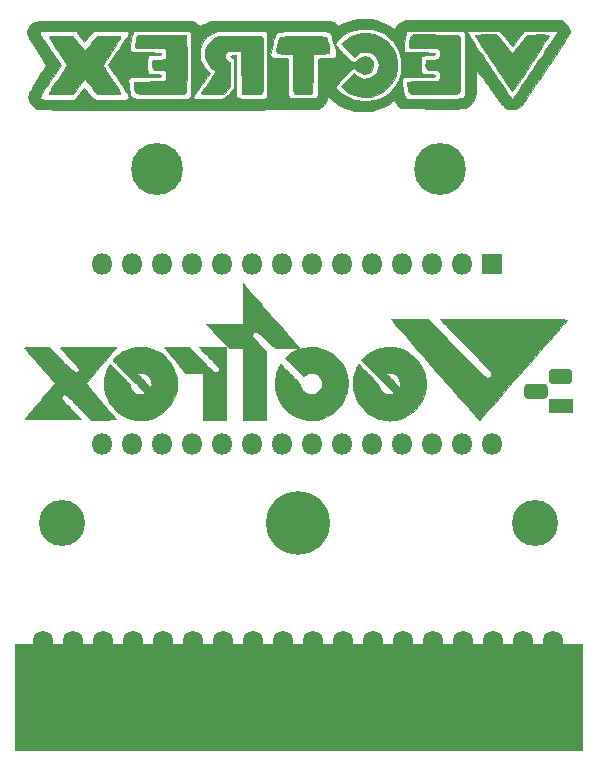
<source format=gbs>
G04 #@! TF.GenerationSoftware,KiCad,Pcbnew,(5.1.6-0)*
G04 #@! TF.CreationDate,2020-06-20T23:38:09-05:00*
G04 #@! TF.ProjectId,vectrex-cartridge,76656374-7265-4782-9d63-617274726964,v1.0*
G04 #@! TF.SameCoordinates,Original*
G04 #@! TF.FileFunction,Soldermask,Bot*
G04 #@! TF.FilePolarity,Negative*
%FSLAX46Y46*%
G04 Gerber Fmt 4.6, Leading zero omitted, Abs format (unit mm)*
G04 Created by KiCad (PCBNEW (5.1.6-0)) date 2020-06-20 23:38:09*
%MOMM*%
%LPD*%
G01*
G04 APERTURE LIST*
%ADD10C,0.010000*%
%ADD11C,0.100000*%
%ADD12R,2.000000X1.300000*%
%ADD13O,1.800000X1.800000*%
%ADD14R,1.800000X1.800000*%
%ADD15C,4.400000*%
%ADD16C,3.900000*%
%ADD17C,5.400000*%
%ADD18O,1.720000X9.000000*%
G04 APERTURE END LIST*
D10*
G36*
X146817482Y-74889188D02*
G01*
X146322475Y-74983630D01*
X145810231Y-75146778D01*
X145413254Y-75312345D01*
X145081780Y-75462788D01*
X144928345Y-75347905D01*
X144778607Y-75246364D01*
X144617766Y-75151735D01*
X144602391Y-75143639D01*
X144573265Y-75129660D01*
X144539442Y-75117239D01*
X144495662Y-75106298D01*
X144436661Y-75096759D01*
X144357178Y-75088546D01*
X144251951Y-75081580D01*
X144115717Y-75075784D01*
X143943214Y-75071081D01*
X143729180Y-75067393D01*
X143468353Y-75064642D01*
X143155471Y-75062752D01*
X142785272Y-75061645D01*
X142352493Y-75061242D01*
X141851872Y-75061468D01*
X141278148Y-75062244D01*
X140626058Y-75063492D01*
X139890339Y-75065136D01*
X139356398Y-75066400D01*
X134282923Y-75078546D01*
X133385435Y-75524100D01*
X133145809Y-75343500D01*
X133003590Y-75239717D01*
X132876748Y-75152958D01*
X132805309Y-75109178D01*
X132765879Y-75101192D01*
X132676875Y-75093949D01*
X132535099Y-75087422D01*
X132337355Y-75081586D01*
X132080445Y-75076415D01*
X131761173Y-75071881D01*
X131376343Y-75067961D01*
X130922758Y-75064626D01*
X130397220Y-75061853D01*
X129796533Y-75059614D01*
X129117501Y-75057884D01*
X128356927Y-75056636D01*
X127511613Y-75055845D01*
X126578364Y-75055484D01*
X126195066Y-75055455D01*
X125269339Y-75055370D01*
X124431391Y-75055248D01*
X123676643Y-75055285D01*
X123000510Y-75055678D01*
X122398411Y-75056625D01*
X121865763Y-75058322D01*
X121397983Y-75060966D01*
X120990490Y-75064754D01*
X120638700Y-75069883D01*
X120338031Y-75076550D01*
X120083902Y-75084952D01*
X119871728Y-75095286D01*
X119696928Y-75107749D01*
X119554920Y-75122538D01*
X119441120Y-75139849D01*
X119350947Y-75159881D01*
X119279818Y-75182829D01*
X119223150Y-75208891D01*
X119176362Y-75238264D01*
X119134870Y-75271144D01*
X119094092Y-75307729D01*
X119049446Y-75348215D01*
X119032069Y-75363334D01*
X118870490Y-75544028D01*
X118780689Y-75756280D01*
X118756175Y-76017983D01*
X118760743Y-76110985D01*
X118768693Y-76188671D01*
X118783762Y-76263404D01*
X118811467Y-76345163D01*
X118857325Y-76443931D01*
X118926852Y-76569688D01*
X119025565Y-76732413D01*
X119158981Y-76942089D01*
X119332617Y-77208696D01*
X119551031Y-77540761D01*
X119743700Y-77834650D01*
X119918758Y-78104711D01*
X120069963Y-78341077D01*
X120191076Y-78533875D01*
X120275855Y-78673237D01*
X120318059Y-78749292D01*
X120321636Y-78759501D01*
X120298337Y-78810325D01*
X120232543Y-78929183D01*
X120130408Y-79105595D01*
X119998086Y-79329081D01*
X119841731Y-79589163D01*
X119667496Y-79875361D01*
X119640454Y-79919479D01*
X119421060Y-80278777D01*
X119246141Y-80570305D01*
X119110698Y-80804286D01*
X119009729Y-80990943D01*
X118938236Y-81140500D01*
X118891217Y-81263181D01*
X118863672Y-81369209D01*
X118850599Y-81468808D01*
X118847367Y-81540965D01*
X118884799Y-81771375D01*
X118994593Y-82005134D01*
X119159999Y-82221290D01*
X119364270Y-82398895D01*
X119590657Y-82516998D01*
X119639990Y-82532430D01*
X119684949Y-82538423D01*
X119776051Y-82543945D01*
X119915784Y-82549005D01*
X120106634Y-82553612D01*
X120351090Y-82557772D01*
X120651639Y-82561496D01*
X121010769Y-82564792D01*
X121430966Y-82567668D01*
X121914718Y-82570133D01*
X122464513Y-82572195D01*
X123082838Y-82573863D01*
X123772181Y-82575145D01*
X124535028Y-82576049D01*
X125373868Y-82576585D01*
X126291188Y-82576761D01*
X127289475Y-82576585D01*
X128371217Y-82576066D01*
X129538901Y-82575211D01*
X130795014Y-82574031D01*
X131566909Y-82573198D01*
X132797436Y-82571797D01*
X133938997Y-82570444D01*
X134994990Y-82569113D01*
X135968811Y-82567775D01*
X136863858Y-82566402D01*
X137683530Y-82564966D01*
X138431223Y-82563439D01*
X139110334Y-82561792D01*
X139724263Y-82559997D01*
X140276404Y-82558027D01*
X140770158Y-82555853D01*
X141208920Y-82553447D01*
X141596088Y-82550781D01*
X141935060Y-82547826D01*
X142229233Y-82544555D01*
X142482006Y-82540940D01*
X142696774Y-82536951D01*
X142876936Y-82532562D01*
X143025890Y-82527743D01*
X143147032Y-82522468D01*
X143243760Y-82516707D01*
X143319473Y-82510433D01*
X143377566Y-82503617D01*
X143421438Y-82496231D01*
X143454487Y-82488247D01*
X143480109Y-82479637D01*
X143492776Y-82474403D01*
X143706117Y-82344669D01*
X143880106Y-82154585D01*
X144022118Y-81893812D01*
X144132004Y-81578636D01*
X144185075Y-81535745D01*
X144271183Y-81520909D01*
X144374412Y-81549159D01*
X144493651Y-81641346D01*
X144583970Y-81736942D01*
X144877653Y-82011957D01*
X145242321Y-82248350D01*
X145682771Y-82448553D01*
X146203800Y-82614994D01*
X146426572Y-82670512D01*
X146659297Y-82704964D01*
X146954053Y-82719558D01*
X147282885Y-82715258D01*
X147617837Y-82693031D01*
X147930955Y-82653842D01*
X148146182Y-82611114D01*
X148654939Y-82452389D01*
X149124351Y-82238093D01*
X149531578Y-81978713D01*
X149543689Y-81969510D01*
X149832833Y-81748474D01*
X149878564Y-81868756D01*
X149974983Y-82048951D01*
X150114703Y-82225254D01*
X150267285Y-82361157D01*
X150312739Y-82389540D01*
X150350431Y-82406390D01*
X150402108Y-82420763D01*
X150475165Y-82432903D01*
X150576996Y-82443057D01*
X150714994Y-82451471D01*
X150896554Y-82458391D01*
X151129069Y-82464061D01*
X151419935Y-82468730D01*
X151776545Y-82472641D01*
X152206292Y-82476041D01*
X152716572Y-82479176D01*
X153064545Y-82481032D01*
X153646565Y-82484072D01*
X154143826Y-82486216D01*
X154563932Y-82486658D01*
X154914487Y-82484589D01*
X155203097Y-82479203D01*
X155437364Y-82469693D01*
X155624894Y-82455251D01*
X155773291Y-82435070D01*
X155890159Y-82408343D01*
X155983102Y-82374263D01*
X156059726Y-82332022D01*
X156127634Y-82280813D01*
X156194430Y-82219829D01*
X156267720Y-82148263D01*
X156276087Y-82140116D01*
X156414100Y-81982944D01*
X156540809Y-81800694D01*
X156599416Y-81693469D01*
X156634668Y-81614605D01*
X156661679Y-81539874D01*
X156681552Y-81456004D01*
X156695388Y-81349719D01*
X156704289Y-81207745D01*
X156709357Y-81016809D01*
X156711695Y-80763634D01*
X156712403Y-80434949D01*
X156712458Y-80331727D01*
X156713379Y-79974002D01*
X156715834Y-79734761D01*
X155829394Y-79734761D01*
X155828873Y-80160641D01*
X155826091Y-80514860D01*
X155820610Y-80804318D01*
X155811991Y-81035915D01*
X155799797Y-81216548D01*
X155783591Y-81353119D01*
X155762934Y-81452525D01*
X155737388Y-81521667D01*
X155706515Y-81567444D01*
X155669878Y-81596755D01*
X155636760Y-81612730D01*
X155571748Y-81620780D01*
X155423578Y-81628419D01*
X155201454Y-81635482D01*
X154914581Y-81641803D01*
X154572163Y-81647216D01*
X154183405Y-81651556D01*
X153757512Y-81654658D01*
X153303689Y-81656357D01*
X153199595Y-81656527D01*
X150863918Y-81659455D01*
X150767634Y-81555546D01*
X150710985Y-81479820D01*
X150662767Y-81377225D01*
X150618921Y-81233200D01*
X150575384Y-81033185D01*
X150528099Y-80762618D01*
X150503807Y-80609407D01*
X150471453Y-80388188D01*
X150455813Y-80234879D01*
X150456684Y-80126589D01*
X150473867Y-80040425D01*
X150498232Y-79974407D01*
X150566014Y-79812182D01*
X151878898Y-79812182D01*
X152272049Y-79811501D01*
X152582566Y-79809138D01*
X152820170Y-79804618D01*
X152994582Y-79797460D01*
X153115524Y-79787189D01*
X153192716Y-79773327D01*
X153235881Y-79755395D01*
X153247594Y-79744932D01*
X153284854Y-79679521D01*
X153265048Y-79633198D01*
X153179702Y-79603222D01*
X153020337Y-79586848D01*
X152778477Y-79581335D01*
X152741846Y-79581273D01*
X152503697Y-79578296D01*
X152341132Y-79567965D01*
X152237523Y-79548179D01*
X152176239Y-79516839D01*
X152167299Y-79508701D01*
X152138044Y-79463718D01*
X152117558Y-79387359D01*
X152104449Y-79265203D01*
X152097328Y-79082828D01*
X152096178Y-78965719D01*
X150431609Y-78965719D01*
X150407898Y-79304013D01*
X150362450Y-79560025D01*
X150195881Y-80038374D01*
X149951498Y-80484492D01*
X149639482Y-80886536D01*
X149270013Y-81232663D01*
X148853272Y-81511031D01*
X148567811Y-81647602D01*
X148101383Y-81792077D01*
X147600657Y-81864225D01*
X147089913Y-81863135D01*
X146593428Y-81787893D01*
X146381809Y-81729814D01*
X145886808Y-81524809D01*
X145431363Y-81238049D01*
X145162993Y-81012307D01*
X145040256Y-80895082D01*
X144952949Y-80796916D01*
X144904767Y-80706761D01*
X144899405Y-80613568D01*
X144940557Y-80506287D01*
X145031919Y-80373870D01*
X145177185Y-80205269D01*
X145380051Y-79989434D01*
X145571545Y-79790616D01*
X145804781Y-79550756D01*
X145984834Y-79370584D01*
X146121184Y-79241933D01*
X146223313Y-79156637D01*
X146300701Y-79106528D01*
X146362828Y-79083442D01*
X146397507Y-79079129D01*
X146527383Y-79100528D01*
X146619903Y-79191732D01*
X146620398Y-79192486D01*
X146729604Y-79299512D01*
X146898504Y-79401196D01*
X147094917Y-79482685D01*
X147286664Y-79529131D01*
X147361811Y-79534640D01*
X147606700Y-79492218D01*
X147813017Y-79368850D01*
X147967979Y-79172280D01*
X147971849Y-79165054D01*
X148057072Y-78920550D01*
X148065861Y-78672388D01*
X148001960Y-78441211D01*
X147869117Y-78247665D01*
X147793548Y-78182477D01*
X147594242Y-78089977D01*
X147360792Y-78064917D01*
X147117648Y-78103334D01*
X146889257Y-78201270D01*
X146700068Y-78354762D01*
X146695017Y-78360452D01*
X146584248Y-78466439D01*
X146475731Y-78511978D01*
X146380561Y-78519091D01*
X146318029Y-78515325D01*
X146257258Y-78498482D01*
X146187809Y-78460247D01*
X146099241Y-78392303D01*
X145981117Y-78286335D01*
X145822997Y-78134025D01*
X145632330Y-77944811D01*
X144926836Y-77944811D01*
X144911906Y-78011912D01*
X144881944Y-78067733D01*
X144871130Y-78083082D01*
X144836190Y-78118797D01*
X144781564Y-78144799D01*
X144692028Y-78163418D01*
X144552356Y-78176984D01*
X144347324Y-78187827D01*
X144134425Y-78195818D01*
X143859212Y-78208744D01*
X143639188Y-78226128D01*
X143486459Y-78246716D01*
X143413130Y-78269249D01*
X143411265Y-78270885D01*
X143395321Y-78322578D01*
X143382733Y-78445031D01*
X143373372Y-78642405D01*
X143367110Y-78918857D01*
X143363818Y-79278548D01*
X143363369Y-79725637D01*
X143363587Y-79817976D01*
X143364482Y-80230621D01*
X143364234Y-80561258D01*
X143362287Y-80820239D01*
X143358088Y-81017917D01*
X143351079Y-81164644D01*
X143340707Y-81270775D01*
X143326417Y-81346661D01*
X143307653Y-81402656D01*
X143283861Y-81449113D01*
X143275387Y-81463182D01*
X143182994Y-81613273D01*
X141017795Y-81613273D01*
X140922079Y-81491590D01*
X140896080Y-81455315D01*
X140875268Y-81413017D01*
X140859068Y-81354700D01*
X140846903Y-81270370D01*
X140838197Y-81150031D01*
X140832373Y-80983689D01*
X140828855Y-80761349D01*
X140827066Y-80473017D01*
X140826431Y-80108696D01*
X140826363Y-79831770D01*
X140825554Y-79389636D01*
X140822945Y-79032435D01*
X140818754Y-78782020D01*
X139048363Y-78782020D01*
X139048363Y-81482888D01*
X138939338Y-81571171D01*
X138898158Y-81599458D01*
X138845438Y-81620996D01*
X138768982Y-81636695D01*
X138656598Y-81647462D01*
X138496091Y-81654209D01*
X138275267Y-81657843D01*
X137981931Y-81659275D01*
X137755273Y-81659455D01*
X137410180Y-81658941D01*
X137145254Y-81656795D01*
X136948301Y-81652108D01*
X136807127Y-81643970D01*
X136709538Y-81631472D01*
X136643339Y-81613705D01*
X136596337Y-81589761D01*
X136571207Y-81571187D01*
X136462182Y-81482920D01*
X136446024Y-79721661D01*
X136429867Y-77960402D01*
X136192457Y-77974201D01*
X136041529Y-77991197D01*
X135963245Y-78024379D01*
X135940086Y-78066725D01*
X135961096Y-78133265D01*
X136061701Y-78180623D01*
X136078199Y-78185096D01*
X136231273Y-78224742D01*
X136243557Y-79478689D01*
X136255842Y-80732636D01*
X135880143Y-81151185D01*
X135727013Y-81317920D01*
X135589100Y-81461054D01*
X135481681Y-81565184D01*
X135420622Y-81614594D01*
X135351164Y-81627397D01*
X135200782Y-81638585D01*
X134980909Y-81647766D01*
X134702976Y-81654547D01*
X134378417Y-81658534D01*
X134115600Y-81659455D01*
X133740182Y-81658788D01*
X133446741Y-81656408D01*
X133224900Y-81651739D01*
X133064279Y-81644211D01*
X132954500Y-81633250D01*
X132885184Y-81618282D01*
X132845952Y-81598736D01*
X132835774Y-81588814D01*
X132812077Y-81552050D01*
X132804495Y-81508330D01*
X132818231Y-81449000D01*
X132827102Y-81430579D01*
X132654346Y-81430579D01*
X132539909Y-81545017D01*
X132425471Y-81659455D01*
X130088154Y-81659455D01*
X129476072Y-81658529D01*
X128954960Y-81655735D01*
X128523445Y-81651044D01*
X128180150Y-81644427D01*
X127923702Y-81635856D01*
X127752726Y-81625304D01*
X127665847Y-81612741D01*
X127657600Y-81609556D01*
X127586868Y-81552398D01*
X127527475Y-81456035D01*
X127475561Y-81308404D01*
X127427267Y-81097441D01*
X127378733Y-80811082D01*
X127358787Y-80675529D01*
X127324713Y-80428027D01*
X127305036Y-80253689D01*
X127299390Y-80134503D01*
X127307408Y-80052457D01*
X127328722Y-79989539D01*
X127344202Y-79959710D01*
X127414008Y-79835273D01*
X128751549Y-79812182D01*
X129137663Y-79805305D01*
X129441317Y-79798974D01*
X129672405Y-79792334D01*
X129840821Y-79784532D01*
X129956458Y-79774714D01*
X130029209Y-79762025D01*
X130068969Y-79745612D01*
X130085630Y-79724621D01*
X130089087Y-79698197D01*
X130089091Y-79696727D01*
X130082573Y-79656673D01*
X130052638Y-79628977D01*
X129983715Y-79610247D01*
X129860232Y-79597089D01*
X129666617Y-79586112D01*
X129559212Y-79581273D01*
X129330673Y-79570316D01*
X129176906Y-79558377D01*
X129080376Y-79541325D01*
X129023546Y-79515029D01*
X128988880Y-79475358D01*
X128971075Y-79442727D01*
X128946629Y-79346066D01*
X128928463Y-79180773D01*
X128916829Y-78970384D01*
X128911979Y-78738433D01*
X128914166Y-78508458D01*
X128923642Y-78303992D01*
X128940661Y-78148571D01*
X128956493Y-78083370D01*
X128980046Y-78030508D01*
X129014433Y-77996306D01*
X129077731Y-77976701D01*
X129188014Y-77967634D01*
X129363356Y-77965044D01*
X129483807Y-77964909D01*
X129738500Y-77962451D01*
X129914693Y-77952980D01*
X130026169Y-77933348D01*
X130086711Y-77900407D01*
X130110102Y-77851011D01*
X130112182Y-77821423D01*
X130108269Y-77795339D01*
X130089703Y-77775029D01*
X130046242Y-77759771D01*
X129967643Y-77748847D01*
X129843664Y-77741535D01*
X129664065Y-77737116D01*
X129418601Y-77734871D01*
X129097032Y-77734078D01*
X128868571Y-77734000D01*
X128480190Y-77733674D01*
X128173836Y-77731421D01*
X127939174Y-77725326D01*
X127765869Y-77713476D01*
X127643584Y-77693957D01*
X127561984Y-77664856D01*
X127510733Y-77624259D01*
X127479496Y-77570252D01*
X127457936Y-77500922D01*
X127450450Y-77471432D01*
X127444400Y-77364662D01*
X127456983Y-77192166D01*
X127484263Y-76976287D01*
X127522300Y-76739369D01*
X127567157Y-76503758D01*
X127614895Y-76291798D01*
X127661577Y-76125833D01*
X127671153Y-76103407D01*
X127341273Y-76103407D01*
X127315792Y-76168086D01*
X127242819Y-76300272D01*
X127127561Y-76491614D01*
X126975224Y-76733762D01*
X126791012Y-77018369D01*
X126580133Y-77337083D01*
X126466808Y-77505899D01*
X125592344Y-78802548D01*
X125927977Y-79295819D01*
X126244504Y-79761714D01*
X126512186Y-80157446D01*
X126734737Y-80488801D01*
X126915875Y-80761566D01*
X127059314Y-80981527D01*
X127168771Y-81154471D01*
X127247961Y-81286185D01*
X127300600Y-81382454D01*
X127330404Y-81449066D01*
X127341089Y-81491807D01*
X127341273Y-81496709D01*
X127336578Y-81566526D01*
X127316325Y-81622335D01*
X127271262Y-81665695D01*
X127192138Y-81698166D01*
X127069700Y-81721307D01*
X126894698Y-81736678D01*
X126657878Y-81745838D01*
X126349990Y-81750346D01*
X125961781Y-81751763D01*
X125827794Y-81751818D01*
X125424079Y-81750910D01*
X125102889Y-81747885D01*
X124854401Y-81742296D01*
X124668793Y-81733693D01*
X124536240Y-81721627D01*
X124446921Y-81705649D01*
X124392775Y-81686237D01*
X124315154Y-81624174D01*
X124199558Y-81504821D01*
X124062061Y-81345789D01*
X123928929Y-81178115D01*
X123591904Y-80735574D01*
X123228906Y-81194746D01*
X123082922Y-81374293D01*
X122949417Y-81529222D01*
X122842638Y-81643604D01*
X122776830Y-81701511D01*
X122774444Y-81702869D01*
X122702551Y-81716808D01*
X122552977Y-81728460D01*
X122340374Y-81737804D01*
X122079397Y-81744814D01*
X121784700Y-81749469D01*
X121470938Y-81751745D01*
X121152763Y-81751620D01*
X120844830Y-81749069D01*
X120561793Y-81744071D01*
X120318306Y-81736601D01*
X120129023Y-81726637D01*
X120008598Y-81714156D01*
X119979569Y-81707270D01*
X119909330Y-81676404D01*
X119860110Y-81639299D01*
X119835306Y-81588387D01*
X119838310Y-81516097D01*
X119872518Y-81414860D01*
X119941326Y-81277105D01*
X120048127Y-81095264D01*
X120196317Y-80861765D01*
X120389290Y-80569040D01*
X120630441Y-80209518D01*
X120692669Y-80117190D01*
X121580419Y-78800669D01*
X120754755Y-77576288D01*
X120505586Y-77207028D01*
X120303162Y-76906798D01*
X120142980Y-76667785D01*
X120020538Y-76482174D01*
X119931334Y-76342154D01*
X119870865Y-76239911D01*
X119834628Y-76167631D01*
X119818121Y-76117502D01*
X119816842Y-76081711D01*
X119826289Y-76052445D01*
X119841958Y-76021890D01*
X119849752Y-76005832D01*
X119904612Y-75885428D01*
X121370183Y-75897623D01*
X122835755Y-75909818D01*
X123119375Y-76264214D01*
X123252966Y-76432280D01*
X123374350Y-76587005D01*
X123465239Y-76704992D01*
X123493654Y-76743063D01*
X123584312Y-76867517D01*
X123898741Y-76457940D01*
X124016550Y-76301242D01*
X124111288Y-76175892D01*
X124194566Y-76078424D01*
X124277995Y-76005376D01*
X124373189Y-75953281D01*
X124491757Y-75918675D01*
X124645312Y-75898093D01*
X124845466Y-75888072D01*
X125103830Y-75885146D01*
X125432015Y-75885850D01*
X125813152Y-75886727D01*
X126228721Y-75887073D01*
X126561192Y-75888986D01*
X126819829Y-75893780D01*
X127013899Y-75902769D01*
X127152667Y-75917267D01*
X127245396Y-75938586D01*
X127301354Y-75968042D01*
X127329805Y-76006948D01*
X127340013Y-76056617D01*
X127341273Y-76103407D01*
X127671153Y-76103407D01*
X127703264Y-76028207D01*
X127705327Y-76025273D01*
X127789949Y-75909818D01*
X130119304Y-75897855D01*
X130655466Y-75895444D01*
X131106613Y-75894291D01*
X131480085Y-75894559D01*
X131783225Y-75896412D01*
X132023373Y-75900013D01*
X132207871Y-75905527D01*
X132344060Y-75913118D01*
X132439283Y-75922948D01*
X132500879Y-75935183D01*
X132536191Y-75949985D01*
X132538874Y-75951842D01*
X132557815Y-75968338D01*
X132573953Y-75992713D01*
X132587552Y-76032100D01*
X132598879Y-76093632D01*
X132608196Y-76184441D01*
X132615769Y-76311661D01*
X132621863Y-76482425D01*
X132626741Y-76703866D01*
X132630669Y-76983117D01*
X132633911Y-77327311D01*
X132636732Y-77743582D01*
X132639396Y-78239061D01*
X132641719Y-78724186D01*
X132654346Y-81430579D01*
X132827102Y-81430579D01*
X132858489Y-81365406D01*
X132930474Y-81248892D01*
X133039389Y-81090806D01*
X133190438Y-80882491D01*
X133388826Y-80615294D01*
X133552753Y-80396446D01*
X134226143Y-79499055D01*
X133946094Y-79231933D01*
X133684544Y-78935371D01*
X133517022Y-78662104D01*
X133450843Y-78521791D01*
X133407817Y-78405457D01*
X133382989Y-78286121D01*
X133371405Y-78136802D01*
X133368112Y-77930517D01*
X133368000Y-77850426D01*
X133370214Y-77616113D01*
X133379775Y-77447386D01*
X133401063Y-77317514D01*
X133438457Y-77199767D01*
X133496253Y-77067590D01*
X133721035Y-76687280D01*
X134005619Y-76376231D01*
X134347127Y-76136995D01*
X134723683Y-75977937D01*
X134801495Y-75955402D01*
X134882478Y-75936899D01*
X134976230Y-75922034D01*
X135092349Y-75910414D01*
X135240435Y-75901643D01*
X135430086Y-75895328D01*
X135670901Y-75891075D01*
X135972479Y-75888490D01*
X136344418Y-75887178D01*
X136796317Y-75886745D01*
X136944798Y-75886727D01*
X137417054Y-75886830D01*
X137805583Y-75887415D01*
X138119022Y-75888899D01*
X138366006Y-75891700D01*
X138555174Y-75896232D01*
X138695160Y-75902914D01*
X138794602Y-75912160D01*
X138862136Y-75924389D01*
X138906399Y-75940016D01*
X138936027Y-75959459D01*
X138959657Y-75983132D01*
X138960388Y-75983939D01*
X138978878Y-76007578D01*
X138994582Y-76039197D01*
X139007727Y-76086018D01*
X139018539Y-76155262D01*
X139027246Y-76254148D01*
X139034075Y-76389899D01*
X139039253Y-76569734D01*
X139043007Y-76800874D01*
X139045563Y-77090540D01*
X139047149Y-77445953D01*
X139047993Y-77874333D01*
X139048320Y-78382900D01*
X139048363Y-78782020D01*
X140818754Y-78782020D01*
X140818264Y-78752749D01*
X140811239Y-78543162D01*
X140801599Y-78396256D01*
X140789072Y-78304613D01*
X140773387Y-78260816D01*
X140768636Y-78256271D01*
X140703013Y-78240781D01*
X140564103Y-78224740D01*
X140370958Y-78209851D01*
X140142625Y-78197815D01*
X140092233Y-78195818D01*
X139842230Y-78185784D01*
X139667765Y-78175293D01*
X139552059Y-78160913D01*
X139478336Y-78139213D01*
X139429818Y-78106763D01*
X139389725Y-78060130D01*
X139382657Y-78050701D01*
X139291757Y-77928675D01*
X139516424Y-77038371D01*
X139595219Y-76729860D01*
X139657393Y-76498352D01*
X139707582Y-76330963D01*
X139750423Y-76214813D01*
X139790551Y-76137020D01*
X139832603Y-76084702D01*
X139871421Y-76052034D01*
X139906308Y-76028446D01*
X139946811Y-76008982D01*
X140001765Y-75993168D01*
X140080006Y-75980530D01*
X140190367Y-75970596D01*
X140341683Y-75962892D01*
X140542790Y-75956946D01*
X140802521Y-75952283D01*
X141129712Y-75948432D01*
X141533198Y-75944918D01*
X141926512Y-75941961D01*
X142347310Y-75939602D01*
X142745857Y-75938723D01*
X143111225Y-75939249D01*
X143432487Y-75941107D01*
X143698715Y-75944220D01*
X143898979Y-75948514D01*
X144022353Y-75953915D01*
X144048411Y-75956466D01*
X144176748Y-75981365D01*
X144279799Y-76022286D01*
X144365018Y-76090880D01*
X144439858Y-76198798D01*
X144511773Y-76357692D01*
X144588216Y-76579214D01*
X144676641Y-76875015D01*
X144709376Y-76989697D01*
X144798162Y-77306232D01*
X144862397Y-77547141D01*
X144903985Y-77725294D01*
X144924830Y-77853561D01*
X144926836Y-77944811D01*
X145632330Y-77944811D01*
X145614441Y-77927059D01*
X145524786Y-77837350D01*
X145272696Y-77583421D01*
X145082245Y-77383478D01*
X144949623Y-77226333D01*
X144871023Y-77100797D01*
X144842637Y-76995682D01*
X144860656Y-76899797D01*
X144921274Y-76801955D01*
X145020681Y-76690967D01*
X145105467Y-76605299D01*
X145492194Y-76279695D01*
X145928106Y-76028674D01*
X146417525Y-75850196D01*
X146922363Y-75747817D01*
X147457140Y-75718074D01*
X147972622Y-75773780D01*
X148460905Y-75909802D01*
X148914085Y-76121009D01*
X149324257Y-76402267D01*
X149683517Y-76748446D01*
X149983960Y-77154411D01*
X150217683Y-77615031D01*
X150336666Y-77964735D01*
X150395425Y-78260954D01*
X150427262Y-78606324D01*
X150431609Y-78965719D01*
X152096178Y-78965719D01*
X152094804Y-78825813D01*
X152094727Y-78755938D01*
X152098146Y-78444614D01*
X152108628Y-78220927D01*
X152126511Y-78080393D01*
X152150145Y-78020327D01*
X152229536Y-77991250D01*
X152396491Y-77972693D01*
X152646762Y-77965083D01*
X152698672Y-77964909D01*
X152937410Y-77961580D01*
X153098715Y-77950391D01*
X153197323Y-77929535D01*
X153247594Y-77897659D01*
X153279383Y-77851064D01*
X153283086Y-77814173D01*
X153250223Y-77785874D01*
X153172316Y-77765052D01*
X153040887Y-77750593D01*
X152847456Y-77741382D01*
X152583546Y-77736305D01*
X152240678Y-77734248D01*
X152002257Y-77734000D01*
X151631755Y-77733824D01*
X151342730Y-77732729D01*
X151124294Y-77729864D01*
X150965560Y-77724378D01*
X150855639Y-77715420D01*
X150783645Y-77702141D01*
X150738691Y-77683688D01*
X150709888Y-77659211D01*
X150688800Y-77631361D01*
X150640917Y-77520096D01*
X150621373Y-77356776D01*
X150630337Y-77131574D01*
X150667975Y-76834662D01*
X150706361Y-76607064D01*
X150757111Y-76349991D01*
X150805390Y-76167684D01*
X150857635Y-76042978D01*
X150920285Y-75958706D01*
X150963273Y-75922071D01*
X151017246Y-75915407D01*
X151154613Y-75909149D01*
X151366404Y-75903428D01*
X151643650Y-75898376D01*
X151977381Y-75894125D01*
X152358627Y-75890806D01*
X152778419Y-75888551D01*
X153227788Y-75887492D01*
X153322933Y-75887434D01*
X153844318Y-75887345D01*
X154281163Y-75887632D01*
X154641293Y-75888610D01*
X154932530Y-75890594D01*
X155162699Y-75893897D01*
X155339623Y-75898834D01*
X155471127Y-75905719D01*
X155565034Y-75914867D01*
X155629168Y-75926591D01*
X155671354Y-75941207D01*
X155699413Y-75959028D01*
X155721172Y-75980368D01*
X155724388Y-75983906D01*
X155743368Y-76008381D01*
X155759474Y-76041445D01*
X155772988Y-76090524D01*
X155784192Y-76163050D01*
X155793369Y-76266451D01*
X155800801Y-76408155D01*
X155806771Y-76595593D01*
X155811561Y-76836192D01*
X155815453Y-77137383D01*
X155818731Y-77506593D01*
X155821677Y-77951253D01*
X155824573Y-78478790D01*
X155825403Y-78640421D01*
X155828092Y-79230320D01*
X155829394Y-79734761D01*
X156715834Y-79734761D01*
X156716204Y-79698716D01*
X156721512Y-79495955D01*
X156729882Y-79355803D01*
X156741891Y-79268345D01*
X156758119Y-79223668D01*
X156777816Y-79211818D01*
X156818022Y-79248432D01*
X156904573Y-79352765D01*
X157031301Y-79516550D01*
X157192040Y-79731524D01*
X157380620Y-79989420D01*
X157590874Y-80281975D01*
X157816634Y-80600923D01*
X157851543Y-80650657D01*
X158082957Y-80979272D01*
X158302684Y-81288553D01*
X158503980Y-81569209D01*
X158680099Y-81811952D01*
X158824299Y-82007490D01*
X158929835Y-82146533D01*
X158989963Y-82219792D01*
X158992700Y-82222623D01*
X159234563Y-82407540D01*
X159507285Y-82518239D01*
X159793611Y-82554646D01*
X160076288Y-82516684D01*
X160338062Y-82404279D01*
X160550812Y-82229411D01*
X160612589Y-82151930D01*
X160718686Y-82007220D01*
X160864224Y-81802524D01*
X161044324Y-81545086D01*
X161254106Y-81242148D01*
X161488692Y-80900954D01*
X161743202Y-80528746D01*
X162012758Y-80132766D01*
X162292479Y-79720259D01*
X162577488Y-79298466D01*
X162862904Y-78874631D01*
X163143849Y-78455996D01*
X163415444Y-78049805D01*
X163672808Y-77663301D01*
X163911064Y-77303725D01*
X164125333Y-76978322D01*
X164310733Y-76694333D01*
X164462388Y-76459003D01*
X164575418Y-76279573D01*
X164644942Y-76163287D01*
X164665936Y-76120683D01*
X164672829Y-76002036D01*
X163614265Y-76002036D01*
X163614260Y-76002182D01*
X163588720Y-76052338D01*
X163516248Y-76171381D01*
X163401855Y-76351823D01*
X163250552Y-76586174D01*
X163067349Y-76866948D01*
X162857257Y-77186656D01*
X162625286Y-77537810D01*
X162376447Y-77912921D01*
X162115750Y-78304502D01*
X161848205Y-78705065D01*
X161578824Y-79107121D01*
X161312616Y-79503182D01*
X161054593Y-79885760D01*
X160809764Y-80247367D01*
X160583140Y-80580515D01*
X160379731Y-80877715D01*
X160204548Y-81131480D01*
X160062602Y-81334321D01*
X159958903Y-81478750D01*
X159898462Y-81557279D01*
X159893498Y-81562845D01*
X159821594Y-81632270D01*
X159773324Y-81636737D01*
X159713573Y-81583018D01*
X159674688Y-81531317D01*
X159588622Y-81409314D01*
X159459715Y-81223367D01*
X159292310Y-80979833D01*
X159090745Y-80685069D01*
X158859363Y-80345432D01*
X158602503Y-79967281D01*
X158324506Y-79556971D01*
X158029713Y-79120861D01*
X157802908Y-78784679D01*
X157500001Y-78334048D01*
X157212764Y-77904250D01*
X156945336Y-77501634D01*
X156701854Y-77132547D01*
X156486458Y-76803337D01*
X156303283Y-76520353D01*
X156156470Y-76289940D01*
X156050155Y-76118448D01*
X155988477Y-76012223D01*
X155974000Y-75979134D01*
X155976700Y-75952800D01*
X155991308Y-75932012D01*
X156027583Y-75916114D01*
X156095285Y-75904452D01*
X156204175Y-75896369D01*
X156364013Y-75891211D01*
X156584560Y-75888323D01*
X156875574Y-75887049D01*
X157246817Y-75886733D01*
X157350395Y-75886727D01*
X158726790Y-75886727D01*
X158867205Y-76036818D01*
X158948726Y-76130405D01*
X159070469Y-76278154D01*
X159216754Y-76460708D01*
X159371898Y-76658706D01*
X159390968Y-76683364D01*
X159533042Y-76864838D01*
X159655537Y-77016569D01*
X159747351Y-77125156D01*
X159797382Y-77177199D01*
X159802277Y-77179818D01*
X159838277Y-77145077D01*
X159920532Y-77048801D01*
X160039302Y-76902911D01*
X160184849Y-76719328D01*
X160312787Y-76554931D01*
X160477682Y-76347023D01*
X160629787Y-76165631D01*
X160757810Y-76023430D01*
X160850460Y-75933095D01*
X160890031Y-75906983D01*
X160959481Y-75901459D01*
X161108570Y-75897314D01*
X161324579Y-75894641D01*
X161594793Y-75893530D01*
X161906494Y-75894072D01*
X162246966Y-75896359D01*
X162300909Y-75896870D01*
X162683545Y-75900839D01*
X162983775Y-75904875D01*
X163211555Y-75909775D01*
X163376839Y-75916338D01*
X163489584Y-75925363D01*
X163559743Y-75937646D01*
X163597273Y-75953988D01*
X163612129Y-75975185D01*
X163614265Y-76002036D01*
X164672829Y-76002036D01*
X164679190Y-75892569D01*
X164617011Y-75651282D01*
X164489978Y-75417308D01*
X164308674Y-75211133D01*
X164127011Y-75077229D01*
X163930124Y-74961846D01*
X157354335Y-74974014D01*
X150778545Y-74986182D01*
X150517131Y-75114557D01*
X150298729Y-75249465D01*
X150093130Y-75424729D01*
X149932268Y-75611672D01*
X149891320Y-75676558D01*
X149863663Y-75708234D01*
X149818720Y-75713143D01*
X149740877Y-75685930D01*
X149614520Y-75621242D01*
X149435296Y-75520183D01*
X148853129Y-75223018D01*
X148296623Y-75014018D01*
X147764853Y-74892893D01*
X147314909Y-74858763D01*
X146817482Y-74889188D01*
G37*
X146817482Y-74889188D02*
X146322475Y-74983630D01*
X145810231Y-75146778D01*
X145413254Y-75312345D01*
X145081780Y-75462788D01*
X144928345Y-75347905D01*
X144778607Y-75246364D01*
X144617766Y-75151735D01*
X144602391Y-75143639D01*
X144573265Y-75129660D01*
X144539442Y-75117239D01*
X144495662Y-75106298D01*
X144436661Y-75096759D01*
X144357178Y-75088546D01*
X144251951Y-75081580D01*
X144115717Y-75075784D01*
X143943214Y-75071081D01*
X143729180Y-75067393D01*
X143468353Y-75064642D01*
X143155471Y-75062752D01*
X142785272Y-75061645D01*
X142352493Y-75061242D01*
X141851872Y-75061468D01*
X141278148Y-75062244D01*
X140626058Y-75063492D01*
X139890339Y-75065136D01*
X139356398Y-75066400D01*
X134282923Y-75078546D01*
X133385435Y-75524100D01*
X133145809Y-75343500D01*
X133003590Y-75239717D01*
X132876748Y-75152958D01*
X132805309Y-75109178D01*
X132765879Y-75101192D01*
X132676875Y-75093949D01*
X132535099Y-75087422D01*
X132337355Y-75081586D01*
X132080445Y-75076415D01*
X131761173Y-75071881D01*
X131376343Y-75067961D01*
X130922758Y-75064626D01*
X130397220Y-75061853D01*
X129796533Y-75059614D01*
X129117501Y-75057884D01*
X128356927Y-75056636D01*
X127511613Y-75055845D01*
X126578364Y-75055484D01*
X126195066Y-75055455D01*
X125269339Y-75055370D01*
X124431391Y-75055248D01*
X123676643Y-75055285D01*
X123000510Y-75055678D01*
X122398411Y-75056625D01*
X121865763Y-75058322D01*
X121397983Y-75060966D01*
X120990490Y-75064754D01*
X120638700Y-75069883D01*
X120338031Y-75076550D01*
X120083902Y-75084952D01*
X119871728Y-75095286D01*
X119696928Y-75107749D01*
X119554920Y-75122538D01*
X119441120Y-75139849D01*
X119350947Y-75159881D01*
X119279818Y-75182829D01*
X119223150Y-75208891D01*
X119176362Y-75238264D01*
X119134870Y-75271144D01*
X119094092Y-75307729D01*
X119049446Y-75348215D01*
X119032069Y-75363334D01*
X118870490Y-75544028D01*
X118780689Y-75756280D01*
X118756175Y-76017983D01*
X118760743Y-76110985D01*
X118768693Y-76188671D01*
X118783762Y-76263404D01*
X118811467Y-76345163D01*
X118857325Y-76443931D01*
X118926852Y-76569688D01*
X119025565Y-76732413D01*
X119158981Y-76942089D01*
X119332617Y-77208696D01*
X119551031Y-77540761D01*
X119743700Y-77834650D01*
X119918758Y-78104711D01*
X120069963Y-78341077D01*
X120191076Y-78533875D01*
X120275855Y-78673237D01*
X120318059Y-78749292D01*
X120321636Y-78759501D01*
X120298337Y-78810325D01*
X120232543Y-78929183D01*
X120130408Y-79105595D01*
X119998086Y-79329081D01*
X119841731Y-79589163D01*
X119667496Y-79875361D01*
X119640454Y-79919479D01*
X119421060Y-80278777D01*
X119246141Y-80570305D01*
X119110698Y-80804286D01*
X119009729Y-80990943D01*
X118938236Y-81140500D01*
X118891217Y-81263181D01*
X118863672Y-81369209D01*
X118850599Y-81468808D01*
X118847367Y-81540965D01*
X118884799Y-81771375D01*
X118994593Y-82005134D01*
X119159999Y-82221290D01*
X119364270Y-82398895D01*
X119590657Y-82516998D01*
X119639990Y-82532430D01*
X119684949Y-82538423D01*
X119776051Y-82543945D01*
X119915784Y-82549005D01*
X120106634Y-82553612D01*
X120351090Y-82557772D01*
X120651639Y-82561496D01*
X121010769Y-82564792D01*
X121430966Y-82567668D01*
X121914718Y-82570133D01*
X122464513Y-82572195D01*
X123082838Y-82573863D01*
X123772181Y-82575145D01*
X124535028Y-82576049D01*
X125373868Y-82576585D01*
X126291188Y-82576761D01*
X127289475Y-82576585D01*
X128371217Y-82576066D01*
X129538901Y-82575211D01*
X130795014Y-82574031D01*
X131566909Y-82573198D01*
X132797436Y-82571797D01*
X133938997Y-82570444D01*
X134994990Y-82569113D01*
X135968811Y-82567775D01*
X136863858Y-82566402D01*
X137683530Y-82564966D01*
X138431223Y-82563439D01*
X139110334Y-82561792D01*
X139724263Y-82559997D01*
X140276404Y-82558027D01*
X140770158Y-82555853D01*
X141208920Y-82553447D01*
X141596088Y-82550781D01*
X141935060Y-82547826D01*
X142229233Y-82544555D01*
X142482006Y-82540940D01*
X142696774Y-82536951D01*
X142876936Y-82532562D01*
X143025890Y-82527743D01*
X143147032Y-82522468D01*
X143243760Y-82516707D01*
X143319473Y-82510433D01*
X143377566Y-82503617D01*
X143421438Y-82496231D01*
X143454487Y-82488247D01*
X143480109Y-82479637D01*
X143492776Y-82474403D01*
X143706117Y-82344669D01*
X143880106Y-82154585D01*
X144022118Y-81893812D01*
X144132004Y-81578636D01*
X144185075Y-81535745D01*
X144271183Y-81520909D01*
X144374412Y-81549159D01*
X144493651Y-81641346D01*
X144583970Y-81736942D01*
X144877653Y-82011957D01*
X145242321Y-82248350D01*
X145682771Y-82448553D01*
X146203800Y-82614994D01*
X146426572Y-82670512D01*
X146659297Y-82704964D01*
X146954053Y-82719558D01*
X147282885Y-82715258D01*
X147617837Y-82693031D01*
X147930955Y-82653842D01*
X148146182Y-82611114D01*
X148654939Y-82452389D01*
X149124351Y-82238093D01*
X149531578Y-81978713D01*
X149543689Y-81969510D01*
X149832833Y-81748474D01*
X149878564Y-81868756D01*
X149974983Y-82048951D01*
X150114703Y-82225254D01*
X150267285Y-82361157D01*
X150312739Y-82389540D01*
X150350431Y-82406390D01*
X150402108Y-82420763D01*
X150475165Y-82432903D01*
X150576996Y-82443057D01*
X150714994Y-82451471D01*
X150896554Y-82458391D01*
X151129069Y-82464061D01*
X151419935Y-82468730D01*
X151776545Y-82472641D01*
X152206292Y-82476041D01*
X152716572Y-82479176D01*
X153064545Y-82481032D01*
X153646565Y-82484072D01*
X154143826Y-82486216D01*
X154563932Y-82486658D01*
X154914487Y-82484589D01*
X155203097Y-82479203D01*
X155437364Y-82469693D01*
X155624894Y-82455251D01*
X155773291Y-82435070D01*
X155890159Y-82408343D01*
X155983102Y-82374263D01*
X156059726Y-82332022D01*
X156127634Y-82280813D01*
X156194430Y-82219829D01*
X156267720Y-82148263D01*
X156276087Y-82140116D01*
X156414100Y-81982944D01*
X156540809Y-81800694D01*
X156599416Y-81693469D01*
X156634668Y-81614605D01*
X156661679Y-81539874D01*
X156681552Y-81456004D01*
X156695388Y-81349719D01*
X156704289Y-81207745D01*
X156709357Y-81016809D01*
X156711695Y-80763634D01*
X156712403Y-80434949D01*
X156712458Y-80331727D01*
X156713379Y-79974002D01*
X156715834Y-79734761D01*
X155829394Y-79734761D01*
X155828873Y-80160641D01*
X155826091Y-80514860D01*
X155820610Y-80804318D01*
X155811991Y-81035915D01*
X155799797Y-81216548D01*
X155783591Y-81353119D01*
X155762934Y-81452525D01*
X155737388Y-81521667D01*
X155706515Y-81567444D01*
X155669878Y-81596755D01*
X155636760Y-81612730D01*
X155571748Y-81620780D01*
X155423578Y-81628419D01*
X155201454Y-81635482D01*
X154914581Y-81641803D01*
X154572163Y-81647216D01*
X154183405Y-81651556D01*
X153757512Y-81654658D01*
X153303689Y-81656357D01*
X153199595Y-81656527D01*
X150863918Y-81659455D01*
X150767634Y-81555546D01*
X150710985Y-81479820D01*
X150662767Y-81377225D01*
X150618921Y-81233200D01*
X150575384Y-81033185D01*
X150528099Y-80762618D01*
X150503807Y-80609407D01*
X150471453Y-80388188D01*
X150455813Y-80234879D01*
X150456684Y-80126589D01*
X150473867Y-80040425D01*
X150498232Y-79974407D01*
X150566014Y-79812182D01*
X151878898Y-79812182D01*
X152272049Y-79811501D01*
X152582566Y-79809138D01*
X152820170Y-79804618D01*
X152994582Y-79797460D01*
X153115524Y-79787189D01*
X153192716Y-79773327D01*
X153235881Y-79755395D01*
X153247594Y-79744932D01*
X153284854Y-79679521D01*
X153265048Y-79633198D01*
X153179702Y-79603222D01*
X153020337Y-79586848D01*
X152778477Y-79581335D01*
X152741846Y-79581273D01*
X152503697Y-79578296D01*
X152341132Y-79567965D01*
X152237523Y-79548179D01*
X152176239Y-79516839D01*
X152167299Y-79508701D01*
X152138044Y-79463718D01*
X152117558Y-79387359D01*
X152104449Y-79265203D01*
X152097328Y-79082828D01*
X152096178Y-78965719D01*
X150431609Y-78965719D01*
X150407898Y-79304013D01*
X150362450Y-79560025D01*
X150195881Y-80038374D01*
X149951498Y-80484492D01*
X149639482Y-80886536D01*
X149270013Y-81232663D01*
X148853272Y-81511031D01*
X148567811Y-81647602D01*
X148101383Y-81792077D01*
X147600657Y-81864225D01*
X147089913Y-81863135D01*
X146593428Y-81787893D01*
X146381809Y-81729814D01*
X145886808Y-81524809D01*
X145431363Y-81238049D01*
X145162993Y-81012307D01*
X145040256Y-80895082D01*
X144952949Y-80796916D01*
X144904767Y-80706761D01*
X144899405Y-80613568D01*
X144940557Y-80506287D01*
X145031919Y-80373870D01*
X145177185Y-80205269D01*
X145380051Y-79989434D01*
X145571545Y-79790616D01*
X145804781Y-79550756D01*
X145984834Y-79370584D01*
X146121184Y-79241933D01*
X146223313Y-79156637D01*
X146300701Y-79106528D01*
X146362828Y-79083442D01*
X146397507Y-79079129D01*
X146527383Y-79100528D01*
X146619903Y-79191732D01*
X146620398Y-79192486D01*
X146729604Y-79299512D01*
X146898504Y-79401196D01*
X147094917Y-79482685D01*
X147286664Y-79529131D01*
X147361811Y-79534640D01*
X147606700Y-79492218D01*
X147813017Y-79368850D01*
X147967979Y-79172280D01*
X147971849Y-79165054D01*
X148057072Y-78920550D01*
X148065861Y-78672388D01*
X148001960Y-78441211D01*
X147869117Y-78247665D01*
X147793548Y-78182477D01*
X147594242Y-78089977D01*
X147360792Y-78064917D01*
X147117648Y-78103334D01*
X146889257Y-78201270D01*
X146700068Y-78354762D01*
X146695017Y-78360452D01*
X146584248Y-78466439D01*
X146475731Y-78511978D01*
X146380561Y-78519091D01*
X146318029Y-78515325D01*
X146257258Y-78498482D01*
X146187809Y-78460247D01*
X146099241Y-78392303D01*
X145981117Y-78286335D01*
X145822997Y-78134025D01*
X145632330Y-77944811D01*
X144926836Y-77944811D01*
X144911906Y-78011912D01*
X144881944Y-78067733D01*
X144871130Y-78083082D01*
X144836190Y-78118797D01*
X144781564Y-78144799D01*
X144692028Y-78163418D01*
X144552356Y-78176984D01*
X144347324Y-78187827D01*
X144134425Y-78195818D01*
X143859212Y-78208744D01*
X143639188Y-78226128D01*
X143486459Y-78246716D01*
X143413130Y-78269249D01*
X143411265Y-78270885D01*
X143395321Y-78322578D01*
X143382733Y-78445031D01*
X143373372Y-78642405D01*
X143367110Y-78918857D01*
X143363818Y-79278548D01*
X143363369Y-79725637D01*
X143363587Y-79817976D01*
X143364482Y-80230621D01*
X143364234Y-80561258D01*
X143362287Y-80820239D01*
X143358088Y-81017917D01*
X143351079Y-81164644D01*
X143340707Y-81270775D01*
X143326417Y-81346661D01*
X143307653Y-81402656D01*
X143283861Y-81449113D01*
X143275387Y-81463182D01*
X143182994Y-81613273D01*
X141017795Y-81613273D01*
X140922079Y-81491590D01*
X140896080Y-81455315D01*
X140875268Y-81413017D01*
X140859068Y-81354700D01*
X140846903Y-81270370D01*
X140838197Y-81150031D01*
X140832373Y-80983689D01*
X140828855Y-80761349D01*
X140827066Y-80473017D01*
X140826431Y-80108696D01*
X140826363Y-79831770D01*
X140825554Y-79389636D01*
X140822945Y-79032435D01*
X140818754Y-78782020D01*
X139048363Y-78782020D01*
X139048363Y-81482888D01*
X138939338Y-81571171D01*
X138898158Y-81599458D01*
X138845438Y-81620996D01*
X138768982Y-81636695D01*
X138656598Y-81647462D01*
X138496091Y-81654209D01*
X138275267Y-81657843D01*
X137981931Y-81659275D01*
X137755273Y-81659455D01*
X137410180Y-81658941D01*
X137145254Y-81656795D01*
X136948301Y-81652108D01*
X136807127Y-81643970D01*
X136709538Y-81631472D01*
X136643339Y-81613705D01*
X136596337Y-81589761D01*
X136571207Y-81571187D01*
X136462182Y-81482920D01*
X136446024Y-79721661D01*
X136429867Y-77960402D01*
X136192457Y-77974201D01*
X136041529Y-77991197D01*
X135963245Y-78024379D01*
X135940086Y-78066725D01*
X135961096Y-78133265D01*
X136061701Y-78180623D01*
X136078199Y-78185096D01*
X136231273Y-78224742D01*
X136243557Y-79478689D01*
X136255842Y-80732636D01*
X135880143Y-81151185D01*
X135727013Y-81317920D01*
X135589100Y-81461054D01*
X135481681Y-81565184D01*
X135420622Y-81614594D01*
X135351164Y-81627397D01*
X135200782Y-81638585D01*
X134980909Y-81647766D01*
X134702976Y-81654547D01*
X134378417Y-81658534D01*
X134115600Y-81659455D01*
X133740182Y-81658788D01*
X133446741Y-81656408D01*
X133224900Y-81651739D01*
X133064279Y-81644211D01*
X132954500Y-81633250D01*
X132885184Y-81618282D01*
X132845952Y-81598736D01*
X132835774Y-81588814D01*
X132812077Y-81552050D01*
X132804495Y-81508330D01*
X132818231Y-81449000D01*
X132827102Y-81430579D01*
X132654346Y-81430579D01*
X132539909Y-81545017D01*
X132425471Y-81659455D01*
X130088154Y-81659455D01*
X129476072Y-81658529D01*
X128954960Y-81655735D01*
X128523445Y-81651044D01*
X128180150Y-81644427D01*
X127923702Y-81635856D01*
X127752726Y-81625304D01*
X127665847Y-81612741D01*
X127657600Y-81609556D01*
X127586868Y-81552398D01*
X127527475Y-81456035D01*
X127475561Y-81308404D01*
X127427267Y-81097441D01*
X127378733Y-80811082D01*
X127358787Y-80675529D01*
X127324713Y-80428027D01*
X127305036Y-80253689D01*
X127299390Y-80134503D01*
X127307408Y-80052457D01*
X127328722Y-79989539D01*
X127344202Y-79959710D01*
X127414008Y-79835273D01*
X128751549Y-79812182D01*
X129137663Y-79805305D01*
X129441317Y-79798974D01*
X129672405Y-79792334D01*
X129840821Y-79784532D01*
X129956458Y-79774714D01*
X130029209Y-79762025D01*
X130068969Y-79745612D01*
X130085630Y-79724621D01*
X130089087Y-79698197D01*
X130089091Y-79696727D01*
X130082573Y-79656673D01*
X130052638Y-79628977D01*
X129983715Y-79610247D01*
X129860232Y-79597089D01*
X129666617Y-79586112D01*
X129559212Y-79581273D01*
X129330673Y-79570316D01*
X129176906Y-79558377D01*
X129080376Y-79541325D01*
X129023546Y-79515029D01*
X128988880Y-79475358D01*
X128971075Y-79442727D01*
X128946629Y-79346066D01*
X128928463Y-79180773D01*
X128916829Y-78970384D01*
X128911979Y-78738433D01*
X128914166Y-78508458D01*
X128923642Y-78303992D01*
X128940661Y-78148571D01*
X128956493Y-78083370D01*
X128980046Y-78030508D01*
X129014433Y-77996306D01*
X129077731Y-77976701D01*
X129188014Y-77967634D01*
X129363356Y-77965044D01*
X129483807Y-77964909D01*
X129738500Y-77962451D01*
X129914693Y-77952980D01*
X130026169Y-77933348D01*
X130086711Y-77900407D01*
X130110102Y-77851011D01*
X130112182Y-77821423D01*
X130108269Y-77795339D01*
X130089703Y-77775029D01*
X130046242Y-77759771D01*
X129967643Y-77748847D01*
X129843664Y-77741535D01*
X129664065Y-77737116D01*
X129418601Y-77734871D01*
X129097032Y-77734078D01*
X128868571Y-77734000D01*
X128480190Y-77733674D01*
X128173836Y-77731421D01*
X127939174Y-77725326D01*
X127765869Y-77713476D01*
X127643584Y-77693957D01*
X127561984Y-77664856D01*
X127510733Y-77624259D01*
X127479496Y-77570252D01*
X127457936Y-77500922D01*
X127450450Y-77471432D01*
X127444400Y-77364662D01*
X127456983Y-77192166D01*
X127484263Y-76976287D01*
X127522300Y-76739369D01*
X127567157Y-76503758D01*
X127614895Y-76291798D01*
X127661577Y-76125833D01*
X127671153Y-76103407D01*
X127341273Y-76103407D01*
X127315792Y-76168086D01*
X127242819Y-76300272D01*
X127127561Y-76491614D01*
X126975224Y-76733762D01*
X126791012Y-77018369D01*
X126580133Y-77337083D01*
X126466808Y-77505899D01*
X125592344Y-78802548D01*
X125927977Y-79295819D01*
X126244504Y-79761714D01*
X126512186Y-80157446D01*
X126734737Y-80488801D01*
X126915875Y-80761566D01*
X127059314Y-80981527D01*
X127168771Y-81154471D01*
X127247961Y-81286185D01*
X127300600Y-81382454D01*
X127330404Y-81449066D01*
X127341089Y-81491807D01*
X127341273Y-81496709D01*
X127336578Y-81566526D01*
X127316325Y-81622335D01*
X127271262Y-81665695D01*
X127192138Y-81698166D01*
X127069700Y-81721307D01*
X126894698Y-81736678D01*
X126657878Y-81745838D01*
X126349990Y-81750346D01*
X125961781Y-81751763D01*
X125827794Y-81751818D01*
X125424079Y-81750910D01*
X125102889Y-81747885D01*
X124854401Y-81742296D01*
X124668793Y-81733693D01*
X124536240Y-81721627D01*
X124446921Y-81705649D01*
X124392775Y-81686237D01*
X124315154Y-81624174D01*
X124199558Y-81504821D01*
X124062061Y-81345789D01*
X123928929Y-81178115D01*
X123591904Y-80735574D01*
X123228906Y-81194746D01*
X123082922Y-81374293D01*
X122949417Y-81529222D01*
X122842638Y-81643604D01*
X122776830Y-81701511D01*
X122774444Y-81702869D01*
X122702551Y-81716808D01*
X122552977Y-81728460D01*
X122340374Y-81737804D01*
X122079397Y-81744814D01*
X121784700Y-81749469D01*
X121470938Y-81751745D01*
X121152763Y-81751620D01*
X120844830Y-81749069D01*
X120561793Y-81744071D01*
X120318306Y-81736601D01*
X120129023Y-81726637D01*
X120008598Y-81714156D01*
X119979569Y-81707270D01*
X119909330Y-81676404D01*
X119860110Y-81639299D01*
X119835306Y-81588387D01*
X119838310Y-81516097D01*
X119872518Y-81414860D01*
X119941326Y-81277105D01*
X120048127Y-81095264D01*
X120196317Y-80861765D01*
X120389290Y-80569040D01*
X120630441Y-80209518D01*
X120692669Y-80117190D01*
X121580419Y-78800669D01*
X120754755Y-77576288D01*
X120505586Y-77207028D01*
X120303162Y-76906798D01*
X120142980Y-76667785D01*
X120020538Y-76482174D01*
X119931334Y-76342154D01*
X119870865Y-76239911D01*
X119834628Y-76167631D01*
X119818121Y-76117502D01*
X119816842Y-76081711D01*
X119826289Y-76052445D01*
X119841958Y-76021890D01*
X119849752Y-76005832D01*
X119904612Y-75885428D01*
X121370183Y-75897623D01*
X122835755Y-75909818D01*
X123119375Y-76264214D01*
X123252966Y-76432280D01*
X123374350Y-76587005D01*
X123465239Y-76704992D01*
X123493654Y-76743063D01*
X123584312Y-76867517D01*
X123898741Y-76457940D01*
X124016550Y-76301242D01*
X124111288Y-76175892D01*
X124194566Y-76078424D01*
X124277995Y-76005376D01*
X124373189Y-75953281D01*
X124491757Y-75918675D01*
X124645312Y-75898093D01*
X124845466Y-75888072D01*
X125103830Y-75885146D01*
X125432015Y-75885850D01*
X125813152Y-75886727D01*
X126228721Y-75887073D01*
X126561192Y-75888986D01*
X126819829Y-75893780D01*
X127013899Y-75902769D01*
X127152667Y-75917267D01*
X127245396Y-75938586D01*
X127301354Y-75968042D01*
X127329805Y-76006948D01*
X127340013Y-76056617D01*
X127341273Y-76103407D01*
X127671153Y-76103407D01*
X127703264Y-76028207D01*
X127705327Y-76025273D01*
X127789949Y-75909818D01*
X130119304Y-75897855D01*
X130655466Y-75895444D01*
X131106613Y-75894291D01*
X131480085Y-75894559D01*
X131783225Y-75896412D01*
X132023373Y-75900013D01*
X132207871Y-75905527D01*
X132344060Y-75913118D01*
X132439283Y-75922948D01*
X132500879Y-75935183D01*
X132536191Y-75949985D01*
X132538874Y-75951842D01*
X132557815Y-75968338D01*
X132573953Y-75992713D01*
X132587552Y-76032100D01*
X132598879Y-76093632D01*
X132608196Y-76184441D01*
X132615769Y-76311661D01*
X132621863Y-76482425D01*
X132626741Y-76703866D01*
X132630669Y-76983117D01*
X132633911Y-77327311D01*
X132636732Y-77743582D01*
X132639396Y-78239061D01*
X132641719Y-78724186D01*
X132654346Y-81430579D01*
X132827102Y-81430579D01*
X132858489Y-81365406D01*
X132930474Y-81248892D01*
X133039389Y-81090806D01*
X133190438Y-80882491D01*
X133388826Y-80615294D01*
X133552753Y-80396446D01*
X134226143Y-79499055D01*
X133946094Y-79231933D01*
X133684544Y-78935371D01*
X133517022Y-78662104D01*
X133450843Y-78521791D01*
X133407817Y-78405457D01*
X133382989Y-78286121D01*
X133371405Y-78136802D01*
X133368112Y-77930517D01*
X133368000Y-77850426D01*
X133370214Y-77616113D01*
X133379775Y-77447386D01*
X133401063Y-77317514D01*
X133438457Y-77199767D01*
X133496253Y-77067590D01*
X133721035Y-76687280D01*
X134005619Y-76376231D01*
X134347127Y-76136995D01*
X134723683Y-75977937D01*
X134801495Y-75955402D01*
X134882478Y-75936899D01*
X134976230Y-75922034D01*
X135092349Y-75910414D01*
X135240435Y-75901643D01*
X135430086Y-75895328D01*
X135670901Y-75891075D01*
X135972479Y-75888490D01*
X136344418Y-75887178D01*
X136796317Y-75886745D01*
X136944798Y-75886727D01*
X137417054Y-75886830D01*
X137805583Y-75887415D01*
X138119022Y-75888899D01*
X138366006Y-75891700D01*
X138555174Y-75896232D01*
X138695160Y-75902914D01*
X138794602Y-75912160D01*
X138862136Y-75924389D01*
X138906399Y-75940016D01*
X138936027Y-75959459D01*
X138959657Y-75983132D01*
X138960388Y-75983939D01*
X138978878Y-76007578D01*
X138994582Y-76039197D01*
X139007727Y-76086018D01*
X139018539Y-76155262D01*
X139027246Y-76254148D01*
X139034075Y-76389899D01*
X139039253Y-76569734D01*
X139043007Y-76800874D01*
X139045563Y-77090540D01*
X139047149Y-77445953D01*
X139047993Y-77874333D01*
X139048320Y-78382900D01*
X139048363Y-78782020D01*
X140818754Y-78782020D01*
X140818264Y-78752749D01*
X140811239Y-78543162D01*
X140801599Y-78396256D01*
X140789072Y-78304613D01*
X140773387Y-78260816D01*
X140768636Y-78256271D01*
X140703013Y-78240781D01*
X140564103Y-78224740D01*
X140370958Y-78209851D01*
X140142625Y-78197815D01*
X140092233Y-78195818D01*
X139842230Y-78185784D01*
X139667765Y-78175293D01*
X139552059Y-78160913D01*
X139478336Y-78139213D01*
X139429818Y-78106763D01*
X139389725Y-78060130D01*
X139382657Y-78050701D01*
X139291757Y-77928675D01*
X139516424Y-77038371D01*
X139595219Y-76729860D01*
X139657393Y-76498352D01*
X139707582Y-76330963D01*
X139750423Y-76214813D01*
X139790551Y-76137020D01*
X139832603Y-76084702D01*
X139871421Y-76052034D01*
X139906308Y-76028446D01*
X139946811Y-76008982D01*
X140001765Y-75993168D01*
X140080006Y-75980530D01*
X140190367Y-75970596D01*
X140341683Y-75962892D01*
X140542790Y-75956946D01*
X140802521Y-75952283D01*
X141129712Y-75948432D01*
X141533198Y-75944918D01*
X141926512Y-75941961D01*
X142347310Y-75939602D01*
X142745857Y-75938723D01*
X143111225Y-75939249D01*
X143432487Y-75941107D01*
X143698715Y-75944220D01*
X143898979Y-75948514D01*
X144022353Y-75953915D01*
X144048411Y-75956466D01*
X144176748Y-75981365D01*
X144279799Y-76022286D01*
X144365018Y-76090880D01*
X144439858Y-76198798D01*
X144511773Y-76357692D01*
X144588216Y-76579214D01*
X144676641Y-76875015D01*
X144709376Y-76989697D01*
X144798162Y-77306232D01*
X144862397Y-77547141D01*
X144903985Y-77725294D01*
X144924830Y-77853561D01*
X144926836Y-77944811D01*
X145632330Y-77944811D01*
X145614441Y-77927059D01*
X145524786Y-77837350D01*
X145272696Y-77583421D01*
X145082245Y-77383478D01*
X144949623Y-77226333D01*
X144871023Y-77100797D01*
X144842637Y-76995682D01*
X144860656Y-76899797D01*
X144921274Y-76801955D01*
X145020681Y-76690967D01*
X145105467Y-76605299D01*
X145492194Y-76279695D01*
X145928106Y-76028674D01*
X146417525Y-75850196D01*
X146922363Y-75747817D01*
X147457140Y-75718074D01*
X147972622Y-75773780D01*
X148460905Y-75909802D01*
X148914085Y-76121009D01*
X149324257Y-76402267D01*
X149683517Y-76748446D01*
X149983960Y-77154411D01*
X150217683Y-77615031D01*
X150336666Y-77964735D01*
X150395425Y-78260954D01*
X150427262Y-78606324D01*
X150431609Y-78965719D01*
X152096178Y-78965719D01*
X152094804Y-78825813D01*
X152094727Y-78755938D01*
X152098146Y-78444614D01*
X152108628Y-78220927D01*
X152126511Y-78080393D01*
X152150145Y-78020327D01*
X152229536Y-77991250D01*
X152396491Y-77972693D01*
X152646762Y-77965083D01*
X152698672Y-77964909D01*
X152937410Y-77961580D01*
X153098715Y-77950391D01*
X153197323Y-77929535D01*
X153247594Y-77897659D01*
X153279383Y-77851064D01*
X153283086Y-77814173D01*
X153250223Y-77785874D01*
X153172316Y-77765052D01*
X153040887Y-77750593D01*
X152847456Y-77741382D01*
X152583546Y-77736305D01*
X152240678Y-77734248D01*
X152002257Y-77734000D01*
X151631755Y-77733824D01*
X151342730Y-77732729D01*
X151124294Y-77729864D01*
X150965560Y-77724378D01*
X150855639Y-77715420D01*
X150783645Y-77702141D01*
X150738691Y-77683688D01*
X150709888Y-77659211D01*
X150688800Y-77631361D01*
X150640917Y-77520096D01*
X150621373Y-77356776D01*
X150630337Y-77131574D01*
X150667975Y-76834662D01*
X150706361Y-76607064D01*
X150757111Y-76349991D01*
X150805390Y-76167684D01*
X150857635Y-76042978D01*
X150920285Y-75958706D01*
X150963273Y-75922071D01*
X151017246Y-75915407D01*
X151154613Y-75909149D01*
X151366404Y-75903428D01*
X151643650Y-75898376D01*
X151977381Y-75894125D01*
X152358627Y-75890806D01*
X152778419Y-75888551D01*
X153227788Y-75887492D01*
X153322933Y-75887434D01*
X153844318Y-75887345D01*
X154281163Y-75887632D01*
X154641293Y-75888610D01*
X154932530Y-75890594D01*
X155162699Y-75893897D01*
X155339623Y-75898834D01*
X155471127Y-75905719D01*
X155565034Y-75914867D01*
X155629168Y-75926591D01*
X155671354Y-75941207D01*
X155699413Y-75959028D01*
X155721172Y-75980368D01*
X155724388Y-75983906D01*
X155743368Y-76008381D01*
X155759474Y-76041445D01*
X155772988Y-76090524D01*
X155784192Y-76163050D01*
X155793369Y-76266451D01*
X155800801Y-76408155D01*
X155806771Y-76595593D01*
X155811561Y-76836192D01*
X155815453Y-77137383D01*
X155818731Y-77506593D01*
X155821677Y-77951253D01*
X155824573Y-78478790D01*
X155825403Y-78640421D01*
X155828092Y-79230320D01*
X155829394Y-79734761D01*
X156715834Y-79734761D01*
X156716204Y-79698716D01*
X156721512Y-79495955D01*
X156729882Y-79355803D01*
X156741891Y-79268345D01*
X156758119Y-79223668D01*
X156777816Y-79211818D01*
X156818022Y-79248432D01*
X156904573Y-79352765D01*
X157031301Y-79516550D01*
X157192040Y-79731524D01*
X157380620Y-79989420D01*
X157590874Y-80281975D01*
X157816634Y-80600923D01*
X157851543Y-80650657D01*
X158082957Y-80979272D01*
X158302684Y-81288553D01*
X158503980Y-81569209D01*
X158680099Y-81811952D01*
X158824299Y-82007490D01*
X158929835Y-82146533D01*
X158989963Y-82219792D01*
X158992700Y-82222623D01*
X159234563Y-82407540D01*
X159507285Y-82518239D01*
X159793611Y-82554646D01*
X160076288Y-82516684D01*
X160338062Y-82404279D01*
X160550812Y-82229411D01*
X160612589Y-82151930D01*
X160718686Y-82007220D01*
X160864224Y-81802524D01*
X161044324Y-81545086D01*
X161254106Y-81242148D01*
X161488692Y-80900954D01*
X161743202Y-80528746D01*
X162012758Y-80132766D01*
X162292479Y-79720259D01*
X162577488Y-79298466D01*
X162862904Y-78874631D01*
X163143849Y-78455996D01*
X163415444Y-78049805D01*
X163672808Y-77663301D01*
X163911064Y-77303725D01*
X164125333Y-76978322D01*
X164310733Y-76694333D01*
X164462388Y-76459003D01*
X164575418Y-76279573D01*
X164644942Y-76163287D01*
X164665936Y-76120683D01*
X164672829Y-76002036D01*
X163614265Y-76002036D01*
X163614260Y-76002182D01*
X163588720Y-76052338D01*
X163516248Y-76171381D01*
X163401855Y-76351823D01*
X163250552Y-76586174D01*
X163067349Y-76866948D01*
X162857257Y-77186656D01*
X162625286Y-77537810D01*
X162376447Y-77912921D01*
X162115750Y-78304502D01*
X161848205Y-78705065D01*
X161578824Y-79107121D01*
X161312616Y-79503182D01*
X161054593Y-79885760D01*
X160809764Y-80247367D01*
X160583140Y-80580515D01*
X160379731Y-80877715D01*
X160204548Y-81131480D01*
X160062602Y-81334321D01*
X159958903Y-81478750D01*
X159898462Y-81557279D01*
X159893498Y-81562845D01*
X159821594Y-81632270D01*
X159773324Y-81636737D01*
X159713573Y-81583018D01*
X159674688Y-81531317D01*
X159588622Y-81409314D01*
X159459715Y-81223367D01*
X159292310Y-80979833D01*
X159090745Y-80685069D01*
X158859363Y-80345432D01*
X158602503Y-79967281D01*
X158324506Y-79556971D01*
X158029713Y-79120861D01*
X157802908Y-78784679D01*
X157500001Y-78334048D01*
X157212764Y-77904250D01*
X156945336Y-77501634D01*
X156701854Y-77132547D01*
X156486458Y-76803337D01*
X156303283Y-76520353D01*
X156156470Y-76289940D01*
X156050155Y-76118448D01*
X155988477Y-76012223D01*
X155974000Y-75979134D01*
X155976700Y-75952800D01*
X155991308Y-75932012D01*
X156027583Y-75916114D01*
X156095285Y-75904452D01*
X156204175Y-75896369D01*
X156364013Y-75891211D01*
X156584560Y-75888323D01*
X156875574Y-75887049D01*
X157246817Y-75886733D01*
X157350395Y-75886727D01*
X158726790Y-75886727D01*
X158867205Y-76036818D01*
X158948726Y-76130405D01*
X159070469Y-76278154D01*
X159216754Y-76460708D01*
X159371898Y-76658706D01*
X159390968Y-76683364D01*
X159533042Y-76864838D01*
X159655537Y-77016569D01*
X159747351Y-77125156D01*
X159797382Y-77177199D01*
X159802277Y-77179818D01*
X159838277Y-77145077D01*
X159920532Y-77048801D01*
X160039302Y-76902911D01*
X160184849Y-76719328D01*
X160312787Y-76554931D01*
X160477682Y-76347023D01*
X160629787Y-76165631D01*
X160757810Y-76023430D01*
X160850460Y-75933095D01*
X160890031Y-75906983D01*
X160959481Y-75901459D01*
X161108570Y-75897314D01*
X161324579Y-75894641D01*
X161594793Y-75893530D01*
X161906494Y-75894072D01*
X162246966Y-75896359D01*
X162300909Y-75896870D01*
X162683545Y-75900839D01*
X162983775Y-75904875D01*
X163211555Y-75909775D01*
X163376839Y-75916338D01*
X163489584Y-75925363D01*
X163559743Y-75937646D01*
X163597273Y-75953988D01*
X163612129Y-75975185D01*
X163614265Y-76002036D01*
X164672829Y-76002036D01*
X164679190Y-75892569D01*
X164617011Y-75651282D01*
X164489978Y-75417308D01*
X164308674Y-75211133D01*
X164127011Y-75077229D01*
X163930124Y-74961846D01*
X157354335Y-74974014D01*
X150778545Y-74986182D01*
X150517131Y-75114557D01*
X150298729Y-75249465D01*
X150093130Y-75424729D01*
X149932268Y-75611672D01*
X149891320Y-75676558D01*
X149863663Y-75708234D01*
X149818720Y-75713143D01*
X149740877Y-75685930D01*
X149614520Y-75621242D01*
X149435296Y-75520183D01*
X148853129Y-75223018D01*
X148296623Y-75014018D01*
X147764853Y-74892893D01*
X147314909Y-74858763D01*
X146817482Y-74889188D01*
G36*
X147123213Y-76111347D02*
G01*
X146677165Y-76188088D01*
X146257296Y-76326550D01*
X146017848Y-76444069D01*
X145873762Y-76535158D01*
X145718135Y-76647929D01*
X145569743Y-76766804D01*
X145447366Y-76876207D01*
X145369782Y-76960558D01*
X145352182Y-76996279D01*
X145381937Y-77041916D01*
X145464245Y-77142936D01*
X145588671Y-77287166D01*
X145744780Y-77462434D01*
X145866375Y-77596043D01*
X146380568Y-78156287D01*
X146547557Y-77996414D01*
X146754733Y-77823997D01*
X146956440Y-77721247D01*
X147186775Y-77674371D01*
X147361091Y-77667318D01*
X147664056Y-77696094D01*
X147914081Y-77788496D01*
X148133132Y-77954112D01*
X148214059Y-78039648D01*
X148386114Y-78282920D01*
X148478142Y-78540849D01*
X148501782Y-78800197D01*
X148459564Y-79120674D01*
X148333844Y-79402593D01*
X148137583Y-79632472D01*
X147867547Y-79819581D01*
X147575339Y-79922699D01*
X147274598Y-79941907D01*
X146978964Y-79877288D01*
X146702076Y-79728924D01*
X146574552Y-79623012D01*
X146434559Y-79490365D01*
X145329091Y-80603383D01*
X145555026Y-80810050D01*
X145840129Y-81039950D01*
X146144595Y-81217776D01*
X146500845Y-81363451D01*
X146797104Y-81440407D01*
X147137518Y-81487714D01*
X147481683Y-81502031D01*
X147789194Y-81480020D01*
X147829989Y-81473319D01*
X148294806Y-81344524D01*
X148727389Y-81135851D01*
X149117544Y-80856655D01*
X149455076Y-80516293D01*
X149729791Y-80124120D01*
X149931494Y-79689493D01*
X149994593Y-79486815D01*
X150049719Y-79167329D01*
X150064515Y-78802036D01*
X150040119Y-78427661D01*
X149977670Y-78080928D01*
X149947767Y-77975217D01*
X149761097Y-77533611D01*
X149498032Y-77133467D01*
X149168830Y-76784274D01*
X148783753Y-76495526D01*
X148353057Y-76276715D01*
X147984545Y-76158878D01*
X147568114Y-76100290D01*
X147123213Y-76111347D01*
G37*
X147123213Y-76111347D02*
X146677165Y-76188088D01*
X146257296Y-76326550D01*
X146017848Y-76444069D01*
X145873762Y-76535158D01*
X145718135Y-76647929D01*
X145569743Y-76766804D01*
X145447366Y-76876207D01*
X145369782Y-76960558D01*
X145352182Y-76996279D01*
X145381937Y-77041916D01*
X145464245Y-77142936D01*
X145588671Y-77287166D01*
X145744780Y-77462434D01*
X145866375Y-77596043D01*
X146380568Y-78156287D01*
X146547557Y-77996414D01*
X146754733Y-77823997D01*
X146956440Y-77721247D01*
X147186775Y-77674371D01*
X147361091Y-77667318D01*
X147664056Y-77696094D01*
X147914081Y-77788496D01*
X148133132Y-77954112D01*
X148214059Y-78039648D01*
X148386114Y-78282920D01*
X148478142Y-78540849D01*
X148501782Y-78800197D01*
X148459564Y-79120674D01*
X148333844Y-79402593D01*
X148137583Y-79632472D01*
X147867547Y-79819581D01*
X147575339Y-79922699D01*
X147274598Y-79941907D01*
X146978964Y-79877288D01*
X146702076Y-79728924D01*
X146574552Y-79623012D01*
X146434559Y-79490365D01*
X145329091Y-80603383D01*
X145555026Y-80810050D01*
X145840129Y-81039950D01*
X146144595Y-81217776D01*
X146500845Y-81363451D01*
X146797104Y-81440407D01*
X147137518Y-81487714D01*
X147481683Y-81502031D01*
X147789194Y-81480020D01*
X147829989Y-81473319D01*
X148294806Y-81344524D01*
X148727389Y-81135851D01*
X149117544Y-80856655D01*
X149455076Y-80516293D01*
X149729791Y-80124120D01*
X149931494Y-79689493D01*
X149994593Y-79486815D01*
X150049719Y-79167329D01*
X150064515Y-78802036D01*
X150040119Y-78427661D01*
X149977670Y-78080928D01*
X149947767Y-77975217D01*
X149761097Y-77533611D01*
X149498032Y-77133467D01*
X149168830Y-76784274D01*
X148783753Y-76495526D01*
X148353057Y-76276715D01*
X147984545Y-76158878D01*
X147568114Y-76100290D01*
X147123213Y-76111347D01*
G36*
X124540185Y-76452455D02*
G01*
X124451854Y-76554484D01*
X124328656Y-76706858D01*
X124190034Y-76885212D01*
X124107150Y-76995091D01*
X123974013Y-77172687D01*
X123850722Y-77335108D01*
X123754318Y-77460006D01*
X123714407Y-77510162D01*
X123614039Y-77632687D01*
X123157027Y-77030303D01*
X122996219Y-76822187D01*
X122847711Y-76637056D01*
X122723266Y-76489048D01*
X122634650Y-76392301D01*
X122602681Y-76364143D01*
X122547281Y-76341285D01*
X122453851Y-76325058D01*
X122310813Y-76314876D01*
X122106587Y-76310152D01*
X121829596Y-76310299D01*
X121591662Y-76312911D01*
X121275049Y-76318059D01*
X121038432Y-76324381D01*
X120869440Y-76333054D01*
X120755706Y-76345253D01*
X120684862Y-76362154D01*
X120644537Y-76384932D01*
X120628164Y-76404496D01*
X120621429Y-76439050D01*
X120636591Y-76496792D01*
X120678319Y-76585610D01*
X120751280Y-76713392D01*
X120860145Y-76888025D01*
X121009581Y-77117397D01*
X121204257Y-77409397D01*
X121358214Y-77637916D01*
X122138077Y-78792296D01*
X121397610Y-79891057D01*
X121205246Y-80178508D01*
X121029083Y-80445581D01*
X120876059Y-80681451D01*
X120753114Y-80875292D01*
X120667188Y-81016278D01*
X120625219Y-81093583D01*
X120622993Y-81099493D01*
X120617848Y-81208668D01*
X120651512Y-81248877D01*
X120715436Y-81261208D01*
X120856403Y-81272053D01*
X121059097Y-81280770D01*
X121308202Y-81286717D01*
X121588401Y-81289253D01*
X121615997Y-81289293D01*
X121944560Y-81288169D01*
X122192802Y-81283676D01*
X122372727Y-81275013D01*
X122496343Y-81261374D01*
X122575654Y-81241959D01*
X122614148Y-81222524D01*
X122673841Y-81163508D01*
X122776314Y-81044208D01*
X122909891Y-80878942D01*
X123062894Y-80682028D01*
X123162304Y-80550440D01*
X123314942Y-80350767D01*
X123449447Y-80183449D01*
X123556072Y-80059930D01*
X123625066Y-79991652D01*
X123645806Y-79982917D01*
X123683384Y-80030706D01*
X123766628Y-80138651D01*
X123885285Y-80293392D01*
X124029105Y-80481571D01*
X124125574Y-80608076D01*
X124284102Y-80812002D01*
X124429433Y-80991342D01*
X124549897Y-81132265D01*
X124633826Y-81220940D01*
X124661340Y-81243076D01*
X124736553Y-81258779D01*
X124890585Y-81271963D01*
X125109911Y-81281982D01*
X125381005Y-81288194D01*
X125646945Y-81290000D01*
X125969561Y-81288767D01*
X126211383Y-81284533D01*
X126383956Y-81276494D01*
X126498823Y-81263847D01*
X126567529Y-81245789D01*
X126599914Y-81223679D01*
X126619341Y-81198059D01*
X126629481Y-81169730D01*
X126625537Y-81130263D01*
X126602711Y-81071228D01*
X126556207Y-80984196D01*
X126481227Y-80860736D01*
X126372973Y-80692419D01*
X126226648Y-80470816D01*
X126037455Y-80187496D01*
X125856739Y-79917791D01*
X125672837Y-79642459D01*
X125505696Y-79390373D01*
X125362328Y-79172260D01*
X125249746Y-78998844D01*
X125174962Y-78880851D01*
X125145148Y-78829442D01*
X125163678Y-78776137D01*
X125228006Y-78657083D01*
X125331735Y-78482729D01*
X125468468Y-78263526D01*
X125631805Y-78009925D01*
X125815351Y-77732377D01*
X125831801Y-77707833D01*
X126061552Y-77365277D01*
X126244641Y-77091169D01*
X126385821Y-76877227D01*
X126489843Y-76715166D01*
X126561457Y-76596704D01*
X126605416Y-76513556D01*
X126626470Y-76457440D01*
X126629370Y-76420072D01*
X126618868Y-76393169D01*
X126599914Y-76368684D01*
X126564180Y-76345346D01*
X126493500Y-76327938D01*
X126376525Y-76315698D01*
X126201909Y-76307865D01*
X125958304Y-76303675D01*
X125634365Y-76302367D01*
X125612859Y-76302364D01*
X124680846Y-76302364D01*
X124540185Y-76452455D01*
G37*
X124540185Y-76452455D02*
X124451854Y-76554484D01*
X124328656Y-76706858D01*
X124190034Y-76885212D01*
X124107150Y-76995091D01*
X123974013Y-77172687D01*
X123850722Y-77335108D01*
X123754318Y-77460006D01*
X123714407Y-77510162D01*
X123614039Y-77632687D01*
X123157027Y-77030303D01*
X122996219Y-76822187D01*
X122847711Y-76637056D01*
X122723266Y-76489048D01*
X122634650Y-76392301D01*
X122602681Y-76364143D01*
X122547281Y-76341285D01*
X122453851Y-76325058D01*
X122310813Y-76314876D01*
X122106587Y-76310152D01*
X121829596Y-76310299D01*
X121591662Y-76312911D01*
X121275049Y-76318059D01*
X121038432Y-76324381D01*
X120869440Y-76333054D01*
X120755706Y-76345253D01*
X120684862Y-76362154D01*
X120644537Y-76384932D01*
X120628164Y-76404496D01*
X120621429Y-76439050D01*
X120636591Y-76496792D01*
X120678319Y-76585610D01*
X120751280Y-76713392D01*
X120860145Y-76888025D01*
X121009581Y-77117397D01*
X121204257Y-77409397D01*
X121358214Y-77637916D01*
X122138077Y-78792296D01*
X121397610Y-79891057D01*
X121205246Y-80178508D01*
X121029083Y-80445581D01*
X120876059Y-80681451D01*
X120753114Y-80875292D01*
X120667188Y-81016278D01*
X120625219Y-81093583D01*
X120622993Y-81099493D01*
X120617848Y-81208668D01*
X120651512Y-81248877D01*
X120715436Y-81261208D01*
X120856403Y-81272053D01*
X121059097Y-81280770D01*
X121308202Y-81286717D01*
X121588401Y-81289253D01*
X121615997Y-81289293D01*
X121944560Y-81288169D01*
X122192802Y-81283676D01*
X122372727Y-81275013D01*
X122496343Y-81261374D01*
X122575654Y-81241959D01*
X122614148Y-81222524D01*
X122673841Y-81163508D01*
X122776314Y-81044208D01*
X122909891Y-80878942D01*
X123062894Y-80682028D01*
X123162304Y-80550440D01*
X123314942Y-80350767D01*
X123449447Y-80183449D01*
X123556072Y-80059930D01*
X123625066Y-79991652D01*
X123645806Y-79982917D01*
X123683384Y-80030706D01*
X123766628Y-80138651D01*
X123885285Y-80293392D01*
X124029105Y-80481571D01*
X124125574Y-80608076D01*
X124284102Y-80812002D01*
X124429433Y-80991342D01*
X124549897Y-81132265D01*
X124633826Y-81220940D01*
X124661340Y-81243076D01*
X124736553Y-81258779D01*
X124890585Y-81271963D01*
X125109911Y-81281982D01*
X125381005Y-81288194D01*
X125646945Y-81290000D01*
X125969561Y-81288767D01*
X126211383Y-81284533D01*
X126383956Y-81276494D01*
X126498823Y-81263847D01*
X126567529Y-81245789D01*
X126599914Y-81223679D01*
X126619341Y-81198059D01*
X126629481Y-81169730D01*
X126625537Y-81130263D01*
X126602711Y-81071228D01*
X126556207Y-80984196D01*
X126481227Y-80860736D01*
X126372973Y-80692419D01*
X126226648Y-80470816D01*
X126037455Y-80187496D01*
X125856739Y-79917791D01*
X125672837Y-79642459D01*
X125505696Y-79390373D01*
X125362328Y-79172260D01*
X125249746Y-78998844D01*
X125174962Y-78880851D01*
X125145148Y-78829442D01*
X125163678Y-78776137D01*
X125228006Y-78657083D01*
X125331735Y-78482729D01*
X125468468Y-78263526D01*
X125631805Y-78009925D01*
X125815351Y-77732377D01*
X125831801Y-77707833D01*
X126061552Y-77365277D01*
X126244641Y-77091169D01*
X126385821Y-76877227D01*
X126489843Y-76715166D01*
X126561457Y-76596704D01*
X126605416Y-76513556D01*
X126626470Y-76457440D01*
X126629370Y-76420072D01*
X126618868Y-76393169D01*
X126599914Y-76368684D01*
X126564180Y-76345346D01*
X126493500Y-76327938D01*
X126376525Y-76315698D01*
X126201909Y-76307865D01*
X125958304Y-76303675D01*
X125634365Y-76302367D01*
X125612859Y-76302364D01*
X124680846Y-76302364D01*
X124540185Y-76452455D01*
G36*
X161889018Y-76211642D02*
G01*
X161639972Y-76217097D01*
X161415698Y-76225596D01*
X161235558Y-76236913D01*
X161118912Y-76250819D01*
X161090809Y-76258504D01*
X161032076Y-76308881D01*
X160928544Y-76421941D01*
X160790073Y-76585913D01*
X160626522Y-76789026D01*
X160447749Y-77019507D01*
X160393285Y-77091351D01*
X159801842Y-77875693D01*
X159269871Y-77169846D01*
X159094022Y-76939279D01*
X158927708Y-76726275D01*
X158782390Y-76545125D01*
X158669525Y-76410122D01*
X158602130Y-76337000D01*
X158466361Y-76210000D01*
X157624271Y-76210707D01*
X157291701Y-76212827D01*
X157041646Y-76219572D01*
X156864307Y-76232471D01*
X156749888Y-76253055D01*
X156688592Y-76282852D01*
X156670620Y-76323392D01*
X156678335Y-76358364D01*
X156713285Y-76421411D01*
X156793485Y-76550401D01*
X156913466Y-76737208D01*
X157067757Y-76973710D01*
X157250889Y-77251782D01*
X157457392Y-77563301D01*
X157681798Y-77900142D01*
X157918635Y-78254183D01*
X158162435Y-78617299D01*
X158407728Y-78981367D01*
X158649044Y-79338262D01*
X158880914Y-79679862D01*
X159097867Y-79998041D01*
X159294436Y-80284677D01*
X159465149Y-80531646D01*
X159604538Y-80730824D01*
X159707132Y-80874086D01*
X159767462Y-80953311D01*
X159781072Y-80966727D01*
X159849707Y-80935117D01*
X159930648Y-80862818D01*
X159983015Y-80794430D01*
X160077953Y-80659875D01*
X160209964Y-80467524D01*
X160373553Y-80225750D01*
X160563222Y-79942924D01*
X160773474Y-79627419D01*
X160998812Y-79287606D01*
X161233739Y-78931856D01*
X161472760Y-78568542D01*
X161710375Y-78206036D01*
X161941090Y-77852710D01*
X162159406Y-77516934D01*
X162359828Y-77207082D01*
X162536857Y-76931524D01*
X162684998Y-76698634D01*
X162798753Y-76516782D01*
X162872625Y-76394340D01*
X162901118Y-76339681D01*
X162901273Y-76338514D01*
X162863728Y-76260850D01*
X162828223Y-76238032D01*
X162745721Y-76224839D01*
X162591189Y-76215831D01*
X162383987Y-76210781D01*
X162143477Y-76209461D01*
X161889018Y-76211642D01*
G37*
X161889018Y-76211642D02*
X161639972Y-76217097D01*
X161415698Y-76225596D01*
X161235558Y-76236913D01*
X161118912Y-76250819D01*
X161090809Y-76258504D01*
X161032076Y-76308881D01*
X160928544Y-76421941D01*
X160790073Y-76585913D01*
X160626522Y-76789026D01*
X160447749Y-77019507D01*
X160393285Y-77091351D01*
X159801842Y-77875693D01*
X159269871Y-77169846D01*
X159094022Y-76939279D01*
X158927708Y-76726275D01*
X158782390Y-76545125D01*
X158669525Y-76410122D01*
X158602130Y-76337000D01*
X158466361Y-76210000D01*
X157624271Y-76210707D01*
X157291701Y-76212827D01*
X157041646Y-76219572D01*
X156864307Y-76232471D01*
X156749888Y-76253055D01*
X156688592Y-76282852D01*
X156670620Y-76323392D01*
X156678335Y-76358364D01*
X156713285Y-76421411D01*
X156793485Y-76550401D01*
X156913466Y-76737208D01*
X157067757Y-76973710D01*
X157250889Y-77251782D01*
X157457392Y-77563301D01*
X157681798Y-77900142D01*
X157918635Y-78254183D01*
X158162435Y-78617299D01*
X158407728Y-78981367D01*
X158649044Y-79338262D01*
X158880914Y-79679862D01*
X159097867Y-79998041D01*
X159294436Y-80284677D01*
X159465149Y-80531646D01*
X159604538Y-80730824D01*
X159707132Y-80874086D01*
X159767462Y-80953311D01*
X159781072Y-80966727D01*
X159849707Y-80935117D01*
X159930648Y-80862818D01*
X159983015Y-80794430D01*
X160077953Y-80659875D01*
X160209964Y-80467524D01*
X160373553Y-80225750D01*
X160563222Y-79942924D01*
X160773474Y-79627419D01*
X160998812Y-79287606D01*
X161233739Y-78931856D01*
X161472760Y-78568542D01*
X161710375Y-78206036D01*
X161941090Y-77852710D01*
X162159406Y-77516934D01*
X162359828Y-77207082D01*
X162536857Y-76931524D01*
X162684998Y-76698634D01*
X162798753Y-76516782D01*
X162872625Y-76394340D01*
X162901118Y-76339681D01*
X162901273Y-76338514D01*
X162863728Y-76260850D01*
X162828223Y-76238032D01*
X162745721Y-76224839D01*
X162591189Y-76215831D01*
X162383987Y-76210781D01*
X162143477Y-76209461D01*
X161889018Y-76211642D01*
G36*
X151288839Y-76312449D02*
G01*
X151225528Y-76380746D01*
X151179023Y-76471766D01*
X151141125Y-76608064D01*
X151103638Y-76812192D01*
X151100778Y-76829854D01*
X151069509Y-77051705D01*
X151060521Y-77197957D01*
X151073361Y-77282534D01*
X151085321Y-77303218D01*
X151120577Y-77322615D01*
X151196442Y-77337725D01*
X151322057Y-77348990D01*
X151506565Y-77356852D01*
X151759109Y-77361753D01*
X152088831Y-77364137D01*
X152352757Y-77364546D01*
X152735552Y-77364049D01*
X153035946Y-77365095D01*
X153263875Y-77371486D01*
X153429275Y-77387028D01*
X153542081Y-77415524D01*
X153612229Y-77460776D01*
X153649654Y-77526590D01*
X153664292Y-77616769D01*
X153666078Y-77735116D01*
X153664909Y-77866891D01*
X153658491Y-78052032D01*
X153629879Y-78180768D01*
X153565033Y-78263235D01*
X153449913Y-78309567D01*
X153270481Y-78329898D01*
X153017324Y-78334364D01*
X152775582Y-78340568D01*
X152607696Y-78358537D01*
X152522345Y-78387303D01*
X152519600Y-78389782D01*
X152489372Y-78465777D01*
X152469704Y-78608217D01*
X152464182Y-78755938D01*
X152469296Y-78941983D01*
X152494437Y-79069122D01*
X152554303Y-79148512D01*
X152663590Y-79191316D01*
X152836997Y-79208694D01*
X153064545Y-79211818D01*
X153309438Y-79215492D01*
X153476759Y-79234382D01*
X153581237Y-79280291D01*
X153637602Y-79365018D01*
X153660583Y-79500368D01*
X153664909Y-79692868D01*
X153665456Y-79829159D01*
X153660769Y-79937485D01*
X153641361Y-80021048D01*
X153597741Y-80083051D01*
X153520419Y-80126698D01*
X153399907Y-80155189D01*
X153226714Y-80171728D01*
X152991352Y-80179517D01*
X152684330Y-80181759D01*
X152296160Y-80181657D01*
X152216641Y-80181636D01*
X151828561Y-80182368D01*
X151523484Y-80184870D01*
X151292060Y-80189601D01*
X151124939Y-80197021D01*
X151012769Y-80207592D01*
X150946200Y-80221771D01*
X150915882Y-80240019D01*
X150912676Y-80245762D01*
X150907280Y-80327898D01*
X150920345Y-80470646D01*
X150947130Y-80645216D01*
X150982892Y-80822818D01*
X151022890Y-80974662D01*
X151041566Y-81028340D01*
X151115018Y-81137744D01*
X151204400Y-81201521D01*
X151269923Y-81209213D01*
X151415812Y-81216041D01*
X151630071Y-81221974D01*
X151900706Y-81226983D01*
X152215722Y-81231039D01*
X152563125Y-81234113D01*
X152930919Y-81236175D01*
X153307110Y-81237195D01*
X153679704Y-81237144D01*
X154036706Y-81235993D01*
X154366121Y-81233712D01*
X154655954Y-81230272D01*
X154894211Y-81225643D01*
X155068897Y-81219796D01*
X155168018Y-81212701D01*
X155176957Y-81211279D01*
X155230325Y-81199934D01*
X155275238Y-81183226D01*
X155312428Y-81153682D01*
X155342621Y-81103831D01*
X155366548Y-81026200D01*
X155384937Y-80913318D01*
X155398516Y-80757712D01*
X155408016Y-80551912D01*
X155414165Y-80288444D01*
X155417691Y-79959836D01*
X155419324Y-79558618D01*
X155419793Y-79077316D01*
X155419818Y-78721750D01*
X155419678Y-78204397D01*
X155419061Y-77771438D01*
X155417671Y-77414903D01*
X155415212Y-77126822D01*
X155411390Y-76899226D01*
X155405908Y-76724145D01*
X155398472Y-76593609D01*
X155388784Y-76499648D01*
X155376551Y-76434294D01*
X155361476Y-76389575D01*
X155343263Y-76357523D01*
X155331568Y-76342116D01*
X155243318Y-76233091D01*
X151410546Y-76207079D01*
X151288839Y-76312449D01*
G37*
X151288839Y-76312449D02*
X151225528Y-76380746D01*
X151179023Y-76471766D01*
X151141125Y-76608064D01*
X151103638Y-76812192D01*
X151100778Y-76829854D01*
X151069509Y-77051705D01*
X151060521Y-77197957D01*
X151073361Y-77282534D01*
X151085321Y-77303218D01*
X151120577Y-77322615D01*
X151196442Y-77337725D01*
X151322057Y-77348990D01*
X151506565Y-77356852D01*
X151759109Y-77361753D01*
X152088831Y-77364137D01*
X152352757Y-77364546D01*
X152735552Y-77364049D01*
X153035946Y-77365095D01*
X153263875Y-77371486D01*
X153429275Y-77387028D01*
X153542081Y-77415524D01*
X153612229Y-77460776D01*
X153649654Y-77526590D01*
X153664292Y-77616769D01*
X153666078Y-77735116D01*
X153664909Y-77866891D01*
X153658491Y-78052032D01*
X153629879Y-78180768D01*
X153565033Y-78263235D01*
X153449913Y-78309567D01*
X153270481Y-78329898D01*
X153017324Y-78334364D01*
X152775582Y-78340568D01*
X152607696Y-78358537D01*
X152522345Y-78387303D01*
X152519600Y-78389782D01*
X152489372Y-78465777D01*
X152469704Y-78608217D01*
X152464182Y-78755938D01*
X152469296Y-78941983D01*
X152494437Y-79069122D01*
X152554303Y-79148512D01*
X152663590Y-79191316D01*
X152836997Y-79208694D01*
X153064545Y-79211818D01*
X153309438Y-79215492D01*
X153476759Y-79234382D01*
X153581237Y-79280291D01*
X153637602Y-79365018D01*
X153660583Y-79500368D01*
X153664909Y-79692868D01*
X153665456Y-79829159D01*
X153660769Y-79937485D01*
X153641361Y-80021048D01*
X153597741Y-80083051D01*
X153520419Y-80126698D01*
X153399907Y-80155189D01*
X153226714Y-80171728D01*
X152991352Y-80179517D01*
X152684330Y-80181759D01*
X152296160Y-80181657D01*
X152216641Y-80181636D01*
X151828561Y-80182368D01*
X151523484Y-80184870D01*
X151292060Y-80189601D01*
X151124939Y-80197021D01*
X151012769Y-80207592D01*
X150946200Y-80221771D01*
X150915882Y-80240019D01*
X150912676Y-80245762D01*
X150907280Y-80327898D01*
X150920345Y-80470646D01*
X150947130Y-80645216D01*
X150982892Y-80822818D01*
X151022890Y-80974662D01*
X151041566Y-81028340D01*
X151115018Y-81137744D01*
X151204400Y-81201521D01*
X151269923Y-81209213D01*
X151415812Y-81216041D01*
X151630071Y-81221974D01*
X151900706Y-81226983D01*
X152215722Y-81231039D01*
X152563125Y-81234113D01*
X152930919Y-81236175D01*
X153307110Y-81237195D01*
X153679704Y-81237144D01*
X154036706Y-81235993D01*
X154366121Y-81233712D01*
X154655954Y-81230272D01*
X154894211Y-81225643D01*
X155068897Y-81219796D01*
X155168018Y-81212701D01*
X155176957Y-81211279D01*
X155230325Y-81199934D01*
X155275238Y-81183226D01*
X155312428Y-81153682D01*
X155342621Y-81103831D01*
X155366548Y-81026200D01*
X155384937Y-80913318D01*
X155398516Y-80757712D01*
X155408016Y-80551912D01*
X155414165Y-80288444D01*
X155417691Y-79959836D01*
X155419324Y-79558618D01*
X155419793Y-79077316D01*
X155419818Y-78721750D01*
X155419678Y-78204397D01*
X155419061Y-77771438D01*
X155417671Y-77414903D01*
X155415212Y-77126822D01*
X155411390Y-76899226D01*
X155405908Y-76724145D01*
X155398472Y-76593609D01*
X155388784Y-76499648D01*
X155376551Y-76434294D01*
X155361476Y-76389575D01*
X155343263Y-76357523D01*
X155331568Y-76342116D01*
X155243318Y-76233091D01*
X151410546Y-76207079D01*
X151288839Y-76312449D01*
G36*
X137338785Y-76306714D02*
G01*
X136931870Y-76309689D01*
X136718314Y-76311404D01*
X134984363Y-76325455D01*
X134693811Y-76459621D01*
X134376267Y-76651981D01*
X134121804Y-76899756D01*
X133935118Y-77190406D01*
X133820904Y-77511392D01*
X133783858Y-77850172D01*
X133828675Y-78194207D01*
X133935853Y-78483865D01*
X134107502Y-78757894D01*
X134340238Y-79023701D01*
X134605851Y-79249448D01*
X134628021Y-79265063D01*
X134733496Y-79338163D01*
X134108475Y-80208496D01*
X133930618Y-80458558D01*
X133772448Y-80685532D01*
X133641563Y-80878136D01*
X133545562Y-81025088D01*
X133492041Y-81115107D01*
X133483454Y-81136608D01*
X133499205Y-81187700D01*
X133553062Y-81226592D01*
X133654939Y-81254753D01*
X133814746Y-81273649D01*
X134042393Y-81284751D01*
X134347793Y-81289524D01*
X134518953Y-81290000D01*
X135375797Y-81290000D01*
X135931091Y-80591222D01*
X135931091Y-79555156D01*
X135930614Y-79219232D01*
X135928604Y-78964529D01*
X135924195Y-78779907D01*
X135916517Y-78654224D01*
X135904704Y-78576341D01*
X135887887Y-78535117D01*
X135865199Y-78519413D01*
X135850273Y-78517622D01*
X135705959Y-78473722D01*
X135590540Y-78363231D01*
X135511669Y-78209446D01*
X135477006Y-78035667D01*
X135494205Y-77865192D01*
X135570923Y-77721317D01*
X135584013Y-77707425D01*
X135635007Y-77660273D01*
X135688391Y-77628648D01*
X135762108Y-77609955D01*
X135874100Y-77601601D01*
X136042310Y-77600993D01*
X136284680Y-77605536D01*
X136288286Y-77605615D01*
X136877818Y-77618546D01*
X136889919Y-79392483D01*
X136894641Y-79913192D01*
X136901130Y-80343855D01*
X136909465Y-80686777D01*
X136919726Y-80944261D01*
X136931994Y-81118609D01*
X136946346Y-81212126D01*
X136953301Y-81228211D01*
X136997387Y-81252810D01*
X137089924Y-81270440D01*
X137241963Y-81281948D01*
X137464551Y-81288185D01*
X137757575Y-81290000D01*
X138510569Y-81290000D01*
X138606284Y-81168317D01*
X138628024Y-81138498D01*
X138646195Y-81103780D01*
X138661118Y-81056155D01*
X138673113Y-80987614D01*
X138682498Y-80890147D01*
X138689595Y-80755743D01*
X138694721Y-80576395D01*
X138698198Y-80344093D01*
X138700345Y-80050827D01*
X138701481Y-79688587D01*
X138701926Y-79249364D01*
X138702000Y-78770215D01*
X138702000Y-76493795D01*
X138577132Y-76395574D01*
X138542904Y-76370346D01*
X138504630Y-76349944D01*
X138452969Y-76333945D01*
X138378579Y-76321925D01*
X138272121Y-76313461D01*
X138124253Y-76308131D01*
X137925635Y-76305512D01*
X137666926Y-76305181D01*
X137338785Y-76306714D01*
G37*
X137338785Y-76306714D02*
X136931870Y-76309689D01*
X136718314Y-76311404D01*
X134984363Y-76325455D01*
X134693811Y-76459621D01*
X134376267Y-76651981D01*
X134121804Y-76899756D01*
X133935118Y-77190406D01*
X133820904Y-77511392D01*
X133783858Y-77850172D01*
X133828675Y-78194207D01*
X133935853Y-78483865D01*
X134107502Y-78757894D01*
X134340238Y-79023701D01*
X134605851Y-79249448D01*
X134628021Y-79265063D01*
X134733496Y-79338163D01*
X134108475Y-80208496D01*
X133930618Y-80458558D01*
X133772448Y-80685532D01*
X133641563Y-80878136D01*
X133545562Y-81025088D01*
X133492041Y-81115107D01*
X133483454Y-81136608D01*
X133499205Y-81187700D01*
X133553062Y-81226592D01*
X133654939Y-81254753D01*
X133814746Y-81273649D01*
X134042393Y-81284751D01*
X134347793Y-81289524D01*
X134518953Y-81290000D01*
X135375797Y-81290000D01*
X135931091Y-80591222D01*
X135931091Y-79555156D01*
X135930614Y-79219232D01*
X135928604Y-78964529D01*
X135924195Y-78779907D01*
X135916517Y-78654224D01*
X135904704Y-78576341D01*
X135887887Y-78535117D01*
X135865199Y-78519413D01*
X135850273Y-78517622D01*
X135705959Y-78473722D01*
X135590540Y-78363231D01*
X135511669Y-78209446D01*
X135477006Y-78035667D01*
X135494205Y-77865192D01*
X135570923Y-77721317D01*
X135584013Y-77707425D01*
X135635007Y-77660273D01*
X135688391Y-77628648D01*
X135762108Y-77609955D01*
X135874100Y-77601601D01*
X136042310Y-77600993D01*
X136284680Y-77605536D01*
X136288286Y-77605615D01*
X136877818Y-77618546D01*
X136889919Y-79392483D01*
X136894641Y-79913192D01*
X136901130Y-80343855D01*
X136909465Y-80686777D01*
X136919726Y-80944261D01*
X136931994Y-81118609D01*
X136946346Y-81212126D01*
X136953301Y-81228211D01*
X136997387Y-81252810D01*
X137089924Y-81270440D01*
X137241963Y-81281948D01*
X137464551Y-81288185D01*
X137757575Y-81290000D01*
X138510569Y-81290000D01*
X138606284Y-81168317D01*
X138628024Y-81138498D01*
X138646195Y-81103780D01*
X138661118Y-81056155D01*
X138673113Y-80987614D01*
X138682498Y-80890147D01*
X138689595Y-80755743D01*
X138694721Y-80576395D01*
X138698198Y-80344093D01*
X138700345Y-80050827D01*
X138701481Y-79688587D01*
X138701926Y-79249364D01*
X138702000Y-78770215D01*
X138702000Y-76493795D01*
X138577132Y-76395574D01*
X138542904Y-76370346D01*
X138504630Y-76349944D01*
X138452969Y-76333945D01*
X138378579Y-76321925D01*
X138272121Y-76313461D01*
X138124253Y-76308131D01*
X137925635Y-76305512D01*
X137666926Y-76305181D01*
X137338785Y-76306714D01*
G36*
X129064976Y-76216877D02*
G01*
X128763538Y-76218475D01*
X128519441Y-76221242D01*
X128343113Y-76225110D01*
X128244983Y-76230017D01*
X128230857Y-76232013D01*
X128132617Y-76280746D01*
X128056996Y-76380035D01*
X127998206Y-76542486D01*
X127950460Y-76780707D01*
X127936952Y-76872228D01*
X127911434Y-77072526D01*
X127902467Y-77200565D01*
X127910410Y-77275022D01*
X127935623Y-77314572D01*
X127945605Y-77321794D01*
X128008054Y-77333069D01*
X128149714Y-77343229D01*
X128357436Y-77351828D01*
X128618067Y-77358424D01*
X128918459Y-77362572D01*
X129190854Y-77363838D01*
X129589143Y-77365491D01*
X129901785Y-77370121D01*
X130135458Y-77378032D01*
X130296839Y-77389526D01*
X130392606Y-77404908D01*
X130426218Y-77419964D01*
X130456172Y-77498093D01*
X130475288Y-77652793D01*
X130481636Y-77857066D01*
X130478133Y-78052562D01*
X130457716Y-78185746D01*
X130405525Y-78268567D01*
X130306701Y-78312977D01*
X130146382Y-78330924D01*
X129909709Y-78334358D01*
X129888086Y-78334364D01*
X129694074Y-78337364D01*
X129530250Y-78345379D01*
X129422365Y-78356928D01*
X129400141Y-78362396D01*
X129361417Y-78396943D01*
X129338719Y-78475937D01*
X129328583Y-78617539D01*
X129327091Y-78745705D01*
X129334486Y-78946058D01*
X129354975Y-79090241D01*
X129382509Y-79156400D01*
X129461745Y-79185710D01*
X129626349Y-79204382D01*
X129869862Y-79211730D01*
X129904363Y-79211818D01*
X130156985Y-79217750D01*
X130331478Y-79235089D01*
X130421386Y-79263148D01*
X130426218Y-79267236D01*
X130456896Y-79344194D01*
X130475803Y-79483206D01*
X130483137Y-79656375D01*
X130479098Y-79835801D01*
X130463884Y-79993585D01*
X130437695Y-80101829D01*
X130420074Y-80129056D01*
X130350251Y-80147316D01*
X130188461Y-80162714D01*
X129935054Y-80175232D01*
X129590381Y-80184854D01*
X129154795Y-80191564D01*
X129069255Y-80192438D01*
X127780000Y-80204727D01*
X127789942Y-80514100D01*
X127819837Y-80804205D01*
X127887285Y-81020793D01*
X127990277Y-81158735D01*
X128057863Y-81197930D01*
X128126032Y-81206597D01*
X128274495Y-81214324D01*
X128491183Y-81221072D01*
X128764033Y-81226804D01*
X129080977Y-81231481D01*
X129429949Y-81235066D01*
X129798883Y-81237522D01*
X130175713Y-81238809D01*
X130548373Y-81238890D01*
X130904796Y-81237727D01*
X131232917Y-81235283D01*
X131520668Y-81231519D01*
X131755985Y-81226398D01*
X131926800Y-81219881D01*
X132021048Y-81211932D01*
X132028727Y-81210401D01*
X132074488Y-81199053D01*
X132112989Y-81184402D01*
X132144856Y-81158958D01*
X132170716Y-81115231D01*
X132191195Y-81045732D01*
X132206921Y-80942971D01*
X132218520Y-80799459D01*
X132226619Y-80607705D01*
X132231845Y-80360221D01*
X132234823Y-80049516D01*
X132236182Y-79668102D01*
X132236548Y-79208489D01*
X132236545Y-78726909D01*
X132236333Y-78195180D01*
X132235539Y-77748273D01*
X132233926Y-77378649D01*
X132231257Y-77078768D01*
X132227297Y-76841089D01*
X132221806Y-76658073D01*
X132214550Y-76522179D01*
X132205292Y-76425868D01*
X132193794Y-76361598D01*
X132179819Y-76321831D01*
X132163132Y-76299025D01*
X132160226Y-76296473D01*
X132124141Y-76280008D01*
X132053826Y-76266188D01*
X131941570Y-76254710D01*
X131779664Y-76245270D01*
X131560396Y-76237565D01*
X131276057Y-76231292D01*
X130918936Y-76226148D01*
X130481323Y-76221829D01*
X130209044Y-76219735D01*
X129798157Y-76217442D01*
X129413325Y-76216511D01*
X129064976Y-76216877D01*
G37*
X129064976Y-76216877D02*
X128763538Y-76218475D01*
X128519441Y-76221242D01*
X128343113Y-76225110D01*
X128244983Y-76230017D01*
X128230857Y-76232013D01*
X128132617Y-76280746D01*
X128056996Y-76380035D01*
X127998206Y-76542486D01*
X127950460Y-76780707D01*
X127936952Y-76872228D01*
X127911434Y-77072526D01*
X127902467Y-77200565D01*
X127910410Y-77275022D01*
X127935623Y-77314572D01*
X127945605Y-77321794D01*
X128008054Y-77333069D01*
X128149714Y-77343229D01*
X128357436Y-77351828D01*
X128618067Y-77358424D01*
X128918459Y-77362572D01*
X129190854Y-77363838D01*
X129589143Y-77365491D01*
X129901785Y-77370121D01*
X130135458Y-77378032D01*
X130296839Y-77389526D01*
X130392606Y-77404908D01*
X130426218Y-77419964D01*
X130456172Y-77498093D01*
X130475288Y-77652793D01*
X130481636Y-77857066D01*
X130478133Y-78052562D01*
X130457716Y-78185746D01*
X130405525Y-78268567D01*
X130306701Y-78312977D01*
X130146382Y-78330924D01*
X129909709Y-78334358D01*
X129888086Y-78334364D01*
X129694074Y-78337364D01*
X129530250Y-78345379D01*
X129422365Y-78356928D01*
X129400141Y-78362396D01*
X129361417Y-78396943D01*
X129338719Y-78475937D01*
X129328583Y-78617539D01*
X129327091Y-78745705D01*
X129334486Y-78946058D01*
X129354975Y-79090241D01*
X129382509Y-79156400D01*
X129461745Y-79185710D01*
X129626349Y-79204382D01*
X129869862Y-79211730D01*
X129904363Y-79211818D01*
X130156985Y-79217750D01*
X130331478Y-79235089D01*
X130421386Y-79263148D01*
X130426218Y-79267236D01*
X130456896Y-79344194D01*
X130475803Y-79483206D01*
X130483137Y-79656375D01*
X130479098Y-79835801D01*
X130463884Y-79993585D01*
X130437695Y-80101829D01*
X130420074Y-80129056D01*
X130350251Y-80147316D01*
X130188461Y-80162714D01*
X129935054Y-80175232D01*
X129590381Y-80184854D01*
X129154795Y-80191564D01*
X129069255Y-80192438D01*
X127780000Y-80204727D01*
X127789942Y-80514100D01*
X127819837Y-80804205D01*
X127887285Y-81020793D01*
X127990277Y-81158735D01*
X128057863Y-81197930D01*
X128126032Y-81206597D01*
X128274495Y-81214324D01*
X128491183Y-81221072D01*
X128764033Y-81226804D01*
X129080977Y-81231481D01*
X129429949Y-81235066D01*
X129798883Y-81237522D01*
X130175713Y-81238809D01*
X130548373Y-81238890D01*
X130904796Y-81237727D01*
X131232917Y-81235283D01*
X131520668Y-81231519D01*
X131755985Y-81226398D01*
X131926800Y-81219881D01*
X132021048Y-81211932D01*
X132028727Y-81210401D01*
X132074488Y-81199053D01*
X132112989Y-81184402D01*
X132144856Y-81158958D01*
X132170716Y-81115231D01*
X132191195Y-81045732D01*
X132206921Y-80942971D01*
X132218520Y-80799459D01*
X132226619Y-80607705D01*
X132231845Y-80360221D01*
X132234823Y-80049516D01*
X132236182Y-79668102D01*
X132236548Y-79208489D01*
X132236545Y-78726909D01*
X132236333Y-78195180D01*
X132235539Y-77748273D01*
X132233926Y-77378649D01*
X132231257Y-77078768D01*
X132227297Y-76841089D01*
X132221806Y-76658073D01*
X132214550Y-76522179D01*
X132205292Y-76425868D01*
X132193794Y-76361598D01*
X132179819Y-76321831D01*
X132163132Y-76299025D01*
X132160226Y-76296473D01*
X132124141Y-76280008D01*
X132053826Y-76266188D01*
X131941570Y-76254710D01*
X131779664Y-76245270D01*
X131560396Y-76237565D01*
X131276057Y-76231292D01*
X130918936Y-76226148D01*
X130481323Y-76221829D01*
X130209044Y-76219735D01*
X129798157Y-76217442D01*
X129413325Y-76216511D01*
X129064976Y-76216877D01*
G36*
X141185226Y-76348287D02*
G01*
X140869281Y-76352048D01*
X140619304Y-76362432D01*
X140426507Y-76382378D01*
X140282100Y-76414826D01*
X140177293Y-76462715D01*
X140103297Y-76528984D01*
X140051321Y-76616573D01*
X140012578Y-76728421D01*
X139978276Y-76867468D01*
X139939627Y-77036653D01*
X139934967Y-77056252D01*
X139880544Y-77288305D01*
X139847313Y-77448958D01*
X139833696Y-77556322D01*
X139838116Y-77628510D01*
X139858993Y-77683635D01*
X139877639Y-77714343D01*
X139911583Y-77760302D01*
X139953529Y-77791587D01*
X140020260Y-77811018D01*
X140128556Y-77821412D01*
X140295199Y-77825588D01*
X140536970Y-77826363D01*
X140544682Y-77826364D01*
X140807731Y-77828890D01*
X140991825Y-77837363D01*
X141110258Y-77853123D01*
X141176327Y-77877511D01*
X141192552Y-77891701D01*
X141208846Y-77941687D01*
X141221774Y-78052032D01*
X141231521Y-78228523D01*
X141238276Y-78476949D01*
X141242225Y-78803098D01*
X141243554Y-79212759D01*
X141243267Y-79462823D01*
X141242875Y-79898591D01*
X141244502Y-80251482D01*
X141248994Y-80530976D01*
X141257196Y-80746552D01*
X141269954Y-80907691D01*
X141288115Y-81023871D01*
X141312523Y-81104572D01*
X141344024Y-81159274D01*
X141383465Y-81197457D01*
X141399004Y-81208475D01*
X141461535Y-81220778D01*
X141598199Y-81231195D01*
X141790772Y-81238826D01*
X142021028Y-81242772D01*
X142100751Y-81243111D01*
X142363199Y-81242121D01*
X142549064Y-81237277D01*
X142674106Y-81226764D01*
X142754083Y-81208767D01*
X142804755Y-81181473D01*
X142828115Y-81159364D01*
X142849006Y-81128112D01*
X142865757Y-81079069D01*
X142878814Y-81002696D01*
X142888623Y-80889456D01*
X142895629Y-80729810D01*
X142900277Y-80514222D01*
X142903014Y-80233152D01*
X142904285Y-79877064D01*
X142904545Y-79523208D01*
X142905000Y-79096908D01*
X142906641Y-78753630D01*
X142909887Y-78484036D01*
X142915155Y-78278787D01*
X142922861Y-78128546D01*
X142933424Y-78023974D01*
X142947259Y-77955733D01*
X142964785Y-77914484D01*
X142977117Y-77898935D01*
X143026264Y-77867533D01*
X143109937Y-77846292D01*
X143243636Y-77833508D01*
X143442861Y-77827479D01*
X143637517Y-77826364D01*
X143906195Y-77823863D01*
X144096034Y-77813322D01*
X144220489Y-77790183D01*
X144293019Y-77749886D01*
X144327081Y-77687874D01*
X144336134Y-77599587D01*
X144336182Y-77589706D01*
X144325383Y-77484426D01*
X144296877Y-77319323D01*
X144256500Y-77120617D01*
X144210088Y-76914531D01*
X144163477Y-76727288D01*
X144122502Y-76585109D01*
X144098943Y-76523748D01*
X144066523Y-76480543D01*
X144012833Y-76444940D01*
X143929596Y-76416230D01*
X143808538Y-76393709D01*
X143641381Y-76376670D01*
X143419849Y-76364405D01*
X143135668Y-76356210D01*
X142780559Y-76351377D01*
X142346248Y-76349199D01*
X142050182Y-76348875D01*
X141575930Y-76348209D01*
X141185226Y-76348287D01*
G37*
X141185226Y-76348287D02*
X140869281Y-76352048D01*
X140619304Y-76362432D01*
X140426507Y-76382378D01*
X140282100Y-76414826D01*
X140177293Y-76462715D01*
X140103297Y-76528984D01*
X140051321Y-76616573D01*
X140012578Y-76728421D01*
X139978276Y-76867468D01*
X139939627Y-77036653D01*
X139934967Y-77056252D01*
X139880544Y-77288305D01*
X139847313Y-77448958D01*
X139833696Y-77556322D01*
X139838116Y-77628510D01*
X139858993Y-77683635D01*
X139877639Y-77714343D01*
X139911583Y-77760302D01*
X139953529Y-77791587D01*
X140020260Y-77811018D01*
X140128556Y-77821412D01*
X140295199Y-77825588D01*
X140536970Y-77826363D01*
X140544682Y-77826364D01*
X140807731Y-77828890D01*
X140991825Y-77837363D01*
X141110258Y-77853123D01*
X141176327Y-77877511D01*
X141192552Y-77891701D01*
X141208846Y-77941687D01*
X141221774Y-78052032D01*
X141231521Y-78228523D01*
X141238276Y-78476949D01*
X141242225Y-78803098D01*
X141243554Y-79212759D01*
X141243267Y-79462823D01*
X141242875Y-79898591D01*
X141244502Y-80251482D01*
X141248994Y-80530976D01*
X141257196Y-80746552D01*
X141269954Y-80907691D01*
X141288115Y-81023871D01*
X141312523Y-81104572D01*
X141344024Y-81159274D01*
X141383465Y-81197457D01*
X141399004Y-81208475D01*
X141461535Y-81220778D01*
X141598199Y-81231195D01*
X141790772Y-81238826D01*
X142021028Y-81242772D01*
X142100751Y-81243111D01*
X142363199Y-81242121D01*
X142549064Y-81237277D01*
X142674106Y-81226764D01*
X142754083Y-81208767D01*
X142804755Y-81181473D01*
X142828115Y-81159364D01*
X142849006Y-81128112D01*
X142865757Y-81079069D01*
X142878814Y-81002696D01*
X142888623Y-80889456D01*
X142895629Y-80729810D01*
X142900277Y-80514222D01*
X142903014Y-80233152D01*
X142904285Y-79877064D01*
X142904545Y-79523208D01*
X142905000Y-79096908D01*
X142906641Y-78753630D01*
X142909887Y-78484036D01*
X142915155Y-78278787D01*
X142922861Y-78128546D01*
X142933424Y-78023974D01*
X142947259Y-77955733D01*
X142964785Y-77914484D01*
X142977117Y-77898935D01*
X143026264Y-77867533D01*
X143109937Y-77846292D01*
X143243636Y-77833508D01*
X143442861Y-77827479D01*
X143637517Y-77826364D01*
X143906195Y-77823863D01*
X144096034Y-77813322D01*
X144220489Y-77790183D01*
X144293019Y-77749886D01*
X144327081Y-77687874D01*
X144336134Y-77599587D01*
X144336182Y-77589706D01*
X144325383Y-77484426D01*
X144296877Y-77319323D01*
X144256500Y-77120617D01*
X144210088Y-76914531D01*
X144163477Y-76727288D01*
X144122502Y-76585109D01*
X144098943Y-76523748D01*
X144066523Y-76480543D01*
X144012833Y-76444940D01*
X143929596Y-76416230D01*
X143808538Y-76393709D01*
X143641381Y-76376670D01*
X143419849Y-76364405D01*
X143135668Y-76356210D01*
X142780559Y-76351377D01*
X142346248Y-76349199D01*
X142050182Y-76348875D01*
X141575930Y-76348209D01*
X141185226Y-76348287D01*
G36*
X148718480Y-102745950D02*
G01*
X148358877Y-102852487D01*
X147881149Y-103071002D01*
X147455679Y-103365032D01*
X147268904Y-103533185D01*
X147024463Y-103771433D01*
X148429782Y-105178151D01*
X148781446Y-105531147D01*
X149071236Y-105824436D01*
X149303823Y-106063093D01*
X149483877Y-106252193D01*
X149616069Y-106396812D01*
X149705070Y-106502024D01*
X149755549Y-106572905D01*
X149772179Y-106614530D01*
X149765448Y-106629475D01*
X149682633Y-106654106D01*
X149542529Y-106670611D01*
X149426943Y-106674792D01*
X149124510Y-106635858D01*
X148872486Y-106519607D01*
X148675370Y-106329447D01*
X148537661Y-106068790D01*
X148509054Y-105978976D01*
X148482203Y-105904069D01*
X148437929Y-105822651D01*
X148368212Y-105725251D01*
X148265034Y-105602396D01*
X148120376Y-105444616D01*
X147926218Y-105242436D01*
X147674542Y-104986387D01*
X147634353Y-104945795D01*
X147409589Y-104720025D01*
X147206231Y-104517859D01*
X147033389Y-104348182D01*
X146900174Y-104219882D01*
X146815695Y-104141843D01*
X146789350Y-104121572D01*
X146752725Y-104161959D01*
X146694334Y-104269331D01*
X146623067Y-104423009D01*
X146547810Y-104602314D01*
X146477451Y-104786565D01*
X146420877Y-104955082D01*
X146400996Y-105025204D01*
X146358041Y-105269216D01*
X146335181Y-105569484D01*
X146332455Y-105891584D01*
X146349900Y-106201095D01*
X146387554Y-106463592D01*
X146399364Y-106514833D01*
X146570286Y-107006509D01*
X146820222Y-107461518D01*
X147139958Y-107869647D01*
X147520281Y-108220686D01*
X147951979Y-108504424D01*
X148359852Y-108687746D01*
X148512660Y-108734442D01*
X148708884Y-108782731D01*
X148924450Y-108828109D01*
X149135286Y-108866068D01*
X149317318Y-108892101D01*
X149446473Y-108901701D01*
X149485619Y-108898499D01*
X149541008Y-108889908D01*
X149661351Y-108873314D01*
X149804395Y-108854427D01*
X150324486Y-108742022D01*
X150806232Y-108545122D01*
X151247992Y-108264540D01*
X151576417Y-107975443D01*
X151865462Y-107656011D01*
X152087955Y-107338908D01*
X152263924Y-106992872D01*
X152354668Y-106760708D01*
X152404502Y-106612142D01*
X152438623Y-106479259D01*
X152459937Y-106338381D01*
X152471350Y-106165830D01*
X152475768Y-105937929D01*
X152476157Y-105807897D01*
X150322669Y-105807897D01*
X150317225Y-105950424D01*
X150303140Y-106046263D01*
X150288513Y-106071847D01*
X150246054Y-106040607D01*
X150149610Y-105953994D01*
X150010502Y-105822661D01*
X149840051Y-105657263D01*
X149684857Y-105503713D01*
X149499011Y-105316360D01*
X149338563Y-105150880D01*
X149214196Y-105018599D01*
X149136596Y-104930841D01*
X149115356Y-104900057D01*
X149157650Y-104881721D01*
X149268034Y-104868892D01*
X149408093Y-104864534D01*
X149705503Y-104904339D01*
X149952385Y-105019019D01*
X150141856Y-105201472D01*
X150267028Y-105444597D01*
X150321018Y-105741291D01*
X150322669Y-105807897D01*
X152476157Y-105807897D01*
X152476271Y-105770018D01*
X152474591Y-105498897D01*
X152467611Y-105296938D01*
X152452425Y-105140462D01*
X152426128Y-105005793D01*
X152385813Y-104869253D01*
X152354668Y-104779329D01*
X152196859Y-104401288D01*
X152004430Y-104070759D01*
X151757352Y-103756480D01*
X151576417Y-103564593D01*
X151173358Y-103222331D01*
X150728484Y-102959629D01*
X150251177Y-102778563D01*
X149750820Y-102681211D01*
X149236793Y-102669647D01*
X148718480Y-102745950D01*
G37*
X148718480Y-102745950D02*
X148358877Y-102852487D01*
X147881149Y-103071002D01*
X147455679Y-103365032D01*
X147268904Y-103533185D01*
X147024463Y-103771433D01*
X148429782Y-105178151D01*
X148781446Y-105531147D01*
X149071236Y-105824436D01*
X149303823Y-106063093D01*
X149483877Y-106252193D01*
X149616069Y-106396812D01*
X149705070Y-106502024D01*
X149755549Y-106572905D01*
X149772179Y-106614530D01*
X149765448Y-106629475D01*
X149682633Y-106654106D01*
X149542529Y-106670611D01*
X149426943Y-106674792D01*
X149124510Y-106635858D01*
X148872486Y-106519607D01*
X148675370Y-106329447D01*
X148537661Y-106068790D01*
X148509054Y-105978976D01*
X148482203Y-105904069D01*
X148437929Y-105822651D01*
X148368212Y-105725251D01*
X148265034Y-105602396D01*
X148120376Y-105444616D01*
X147926218Y-105242436D01*
X147674542Y-104986387D01*
X147634353Y-104945795D01*
X147409589Y-104720025D01*
X147206231Y-104517859D01*
X147033389Y-104348182D01*
X146900174Y-104219882D01*
X146815695Y-104141843D01*
X146789350Y-104121572D01*
X146752725Y-104161959D01*
X146694334Y-104269331D01*
X146623067Y-104423009D01*
X146547810Y-104602314D01*
X146477451Y-104786565D01*
X146420877Y-104955082D01*
X146400996Y-105025204D01*
X146358041Y-105269216D01*
X146335181Y-105569484D01*
X146332455Y-105891584D01*
X146349900Y-106201095D01*
X146387554Y-106463592D01*
X146399364Y-106514833D01*
X146570286Y-107006509D01*
X146820222Y-107461518D01*
X147139958Y-107869647D01*
X147520281Y-108220686D01*
X147951979Y-108504424D01*
X148359852Y-108687746D01*
X148512660Y-108734442D01*
X148708884Y-108782731D01*
X148924450Y-108828109D01*
X149135286Y-108866068D01*
X149317318Y-108892101D01*
X149446473Y-108901701D01*
X149485619Y-108898499D01*
X149541008Y-108889908D01*
X149661351Y-108873314D01*
X149804395Y-108854427D01*
X150324486Y-108742022D01*
X150806232Y-108545122D01*
X151247992Y-108264540D01*
X151576417Y-107975443D01*
X151865462Y-107656011D01*
X152087955Y-107338908D01*
X152263924Y-106992872D01*
X152354668Y-106760708D01*
X152404502Y-106612142D01*
X152438623Y-106479259D01*
X152459937Y-106338381D01*
X152471350Y-106165830D01*
X152475768Y-105937929D01*
X152476157Y-105807897D01*
X150322669Y-105807897D01*
X150317225Y-105950424D01*
X150303140Y-106046263D01*
X150288513Y-106071847D01*
X150246054Y-106040607D01*
X150149610Y-105953994D01*
X150010502Y-105822661D01*
X149840051Y-105657263D01*
X149684857Y-105503713D01*
X149499011Y-105316360D01*
X149338563Y-105150880D01*
X149214196Y-105018599D01*
X149136596Y-104930841D01*
X149115356Y-104900057D01*
X149157650Y-104881721D01*
X149268034Y-104868892D01*
X149408093Y-104864534D01*
X149705503Y-104904339D01*
X149952385Y-105019019D01*
X150141856Y-105201472D01*
X150267028Y-105444597D01*
X150321018Y-105741291D01*
X150322669Y-105807897D01*
X152476157Y-105807897D01*
X152476271Y-105770018D01*
X152474591Y-105498897D01*
X152467611Y-105296938D01*
X152452425Y-105140462D01*
X152426128Y-105005793D01*
X152385813Y-104869253D01*
X152354668Y-104779329D01*
X152196859Y-104401288D01*
X152004430Y-104070759D01*
X151757352Y-103756480D01*
X151576417Y-103564593D01*
X151173358Y-103222331D01*
X150728484Y-102959629D01*
X150251177Y-102778563D01*
X149750820Y-102681211D01*
X149236793Y-102669647D01*
X148718480Y-102745950D01*
G36*
X142144450Y-102736052D02*
G01*
X141658505Y-102880816D01*
X141204312Y-103098132D01*
X140800083Y-103382392D01*
X140757038Y-103419639D01*
X140548080Y-103604488D01*
X141309719Y-104369798D01*
X142071357Y-105135107D01*
X142256506Y-105012581D01*
X142400523Y-104935091D01*
X142560818Y-104892685D01*
X142748616Y-104875460D01*
X143031801Y-104892371D01*
X143263205Y-104979055D01*
X143461128Y-105144477D01*
X143564430Y-105275235D01*
X143646444Y-105406558D01*
X143689147Y-105527796D01*
X143704497Y-105680844D01*
X143705667Y-105770018D01*
X143698634Y-105950647D01*
X143669563Y-106080848D01*
X143606494Y-106202518D01*
X143564430Y-106264802D01*
X143361220Y-106485570D01*
X143120585Y-106621586D01*
X142840375Y-106674008D01*
X142803234Y-106674739D01*
X142501810Y-106635276D01*
X142249071Y-106518481D01*
X142051701Y-106329684D01*
X141916384Y-106074212D01*
X141876905Y-105936173D01*
X141856157Y-105864786D01*
X141821049Y-105790843D01*
X141763458Y-105704684D01*
X141675260Y-105596648D01*
X141548332Y-105457075D01*
X141374551Y-105276305D01*
X141145794Y-105044675D01*
X141027557Y-104926085D01*
X140803409Y-104704098D01*
X140599524Y-104506811D01*
X140425357Y-104342999D01*
X140290362Y-104221435D01*
X140203994Y-104150894D01*
X140176973Y-104136693D01*
X140120635Y-104192919D01*
X140047464Y-104319009D01*
X139965978Y-104495486D01*
X139884698Y-104702869D01*
X139812145Y-104921683D01*
X139775001Y-105055649D01*
X139697890Y-105544514D01*
X139705562Y-106044466D01*
X139793542Y-106540944D01*
X139957355Y-107019388D01*
X140192524Y-107465238D01*
X140494575Y-107863932D01*
X140701686Y-108070558D01*
X141117867Y-108383799D01*
X141579605Y-108624133D01*
X142072555Y-108787029D01*
X142582369Y-108867956D01*
X143094701Y-108862382D01*
X143178458Y-108852838D01*
X143685172Y-108741989D01*
X144161414Y-108548737D01*
X144598213Y-108281025D01*
X144986592Y-107946799D01*
X145317578Y-107554003D01*
X145582198Y-107110581D01*
X145771476Y-106624477D01*
X145796239Y-106535404D01*
X145848067Y-106246692D01*
X145872385Y-105906485D01*
X145869194Y-105551990D01*
X145838494Y-105220415D01*
X145796239Y-105004633D01*
X145619062Y-104504547D01*
X145365273Y-104049764D01*
X145042845Y-103647238D01*
X144659750Y-103303920D01*
X144223959Y-103026766D01*
X143743444Y-102822728D01*
X143226177Y-102698760D01*
X143138746Y-102686595D01*
X142643935Y-102669443D01*
X142144450Y-102736052D01*
G37*
X142144450Y-102736052D02*
X141658505Y-102880816D01*
X141204312Y-103098132D01*
X140800083Y-103382392D01*
X140757038Y-103419639D01*
X140548080Y-103604488D01*
X141309719Y-104369798D01*
X142071357Y-105135107D01*
X142256506Y-105012581D01*
X142400523Y-104935091D01*
X142560818Y-104892685D01*
X142748616Y-104875460D01*
X143031801Y-104892371D01*
X143263205Y-104979055D01*
X143461128Y-105144477D01*
X143564430Y-105275235D01*
X143646444Y-105406558D01*
X143689147Y-105527796D01*
X143704497Y-105680844D01*
X143705667Y-105770018D01*
X143698634Y-105950647D01*
X143669563Y-106080848D01*
X143606494Y-106202518D01*
X143564430Y-106264802D01*
X143361220Y-106485570D01*
X143120585Y-106621586D01*
X142840375Y-106674008D01*
X142803234Y-106674739D01*
X142501810Y-106635276D01*
X142249071Y-106518481D01*
X142051701Y-106329684D01*
X141916384Y-106074212D01*
X141876905Y-105936173D01*
X141856157Y-105864786D01*
X141821049Y-105790843D01*
X141763458Y-105704684D01*
X141675260Y-105596648D01*
X141548332Y-105457075D01*
X141374551Y-105276305D01*
X141145794Y-105044675D01*
X141027557Y-104926085D01*
X140803409Y-104704098D01*
X140599524Y-104506811D01*
X140425357Y-104342999D01*
X140290362Y-104221435D01*
X140203994Y-104150894D01*
X140176973Y-104136693D01*
X140120635Y-104192919D01*
X140047464Y-104319009D01*
X139965978Y-104495486D01*
X139884698Y-104702869D01*
X139812145Y-104921683D01*
X139775001Y-105055649D01*
X139697890Y-105544514D01*
X139705562Y-106044466D01*
X139793542Y-106540944D01*
X139957355Y-107019388D01*
X140192524Y-107465238D01*
X140494575Y-107863932D01*
X140701686Y-108070558D01*
X141117867Y-108383799D01*
X141579605Y-108624133D01*
X142072555Y-108787029D01*
X142582369Y-108867956D01*
X143094701Y-108862382D01*
X143178458Y-108852838D01*
X143685172Y-108741989D01*
X144161414Y-108548737D01*
X144598213Y-108281025D01*
X144986592Y-107946799D01*
X145317578Y-107554003D01*
X145582198Y-107110581D01*
X145771476Y-106624477D01*
X145796239Y-106535404D01*
X145848067Y-106246692D01*
X145872385Y-105906485D01*
X145869194Y-105551990D01*
X145838494Y-105220415D01*
X145796239Y-105004633D01*
X145619062Y-104504547D01*
X145365273Y-104049764D01*
X145042845Y-103647238D01*
X144659750Y-103303920D01*
X144223959Y-103026766D01*
X143743444Y-102822728D01*
X143226177Y-102698760D01*
X143138746Y-102686595D01*
X142643935Y-102669443D01*
X142144450Y-102736052D01*
G36*
X127834531Y-102705387D02*
G01*
X127349582Y-102826585D01*
X126884130Y-103028890D01*
X126448011Y-103312767D01*
X126280896Y-103452011D01*
X126147651Y-103577024D01*
X126046644Y-103683352D01*
X125994400Y-103753169D01*
X125990676Y-103765124D01*
X126022501Y-103808506D01*
X126113431Y-103910214D01*
X126256650Y-104063158D01*
X126445342Y-104260247D01*
X126672691Y-104494392D01*
X126931879Y-104758504D01*
X127216092Y-105045491D01*
X127372120Y-105202023D01*
X127720482Y-105551737D01*
X128006991Y-105841806D01*
X128236356Y-106077351D01*
X128413283Y-106263496D01*
X128542479Y-106405361D01*
X128628652Y-106508070D01*
X128676508Y-106576745D01*
X128690755Y-106616506D01*
X128683912Y-106629477D01*
X128601878Y-106653606D01*
X128461319Y-106670090D01*
X128333131Y-106674792D01*
X128144569Y-106665383D01*
X127999716Y-106627378D01*
X127850737Y-106547826D01*
X127840645Y-106541464D01*
X127670856Y-106396473D01*
X127533881Y-106209873D01*
X127448743Y-106012040D01*
X127430164Y-105885982D01*
X127409657Y-105828121D01*
X127344837Y-105734143D01*
X127230754Y-105598408D01*
X127062460Y-105415279D01*
X126835007Y-105179116D01*
X126607211Y-104948300D01*
X126380556Y-104722801D01*
X126174013Y-104521931D01*
X125996893Y-104354371D01*
X125858504Y-104228804D01*
X125768159Y-104153911D01*
X125736552Y-104136368D01*
X125673405Y-104194905D01*
X125593104Y-104324949D01*
X125504621Y-104508889D01*
X125416930Y-104729113D01*
X125379543Y-104837103D01*
X125333295Y-104990467D01*
X125302359Y-105134768D01*
X125283998Y-105294836D01*
X125275475Y-105495503D01*
X125274057Y-105761598D01*
X125274203Y-105793236D01*
X125277616Y-106062532D01*
X125286734Y-106263833D01*
X125304750Y-106421983D01*
X125334860Y-106561823D01*
X125380259Y-106708196D01*
X125398622Y-106760708D01*
X125554057Y-107134632D01*
X125743863Y-107462691D01*
X125987688Y-107775597D01*
X126177988Y-107978882D01*
X126573116Y-108314009D01*
X127017343Y-108575187D01*
X127498500Y-108758255D01*
X128004416Y-108859057D01*
X128522922Y-108873434D01*
X128737142Y-108853275D01*
X129240413Y-108742115D01*
X129714298Y-108548518D01*
X130149611Y-108280693D01*
X130537169Y-107946849D01*
X130867785Y-107555195D01*
X131132277Y-107113940D01*
X131321458Y-106631294D01*
X131353469Y-106514833D01*
X131395465Y-106270393D01*
X131417665Y-105969831D01*
X131418731Y-105827009D01*
X129272232Y-105827009D01*
X129260102Y-105960093D01*
X129232732Y-106049928D01*
X129204873Y-106071847D01*
X129163115Y-106040620D01*
X129067298Y-105954039D01*
X128928697Y-105822753D01*
X128758587Y-105657410D01*
X128603321Y-105503713D01*
X128417476Y-105316360D01*
X128257027Y-105150880D01*
X128132661Y-105018599D01*
X128055061Y-104930841D01*
X128033821Y-104900057D01*
X128076024Y-104881375D01*
X128185779Y-104868507D01*
X128314281Y-104864534D01*
X128621547Y-104903454D01*
X128876797Y-105018354D01*
X129076223Y-105206442D01*
X129216017Y-105464928D01*
X129242615Y-105544972D01*
X129267082Y-105679145D01*
X129272232Y-105827009D01*
X131418731Y-105827009D01*
X131420069Y-105647760D01*
X131402676Y-105338792D01*
X131365487Y-105077541D01*
X131353469Y-105025204D01*
X131212445Y-104613061D01*
X131005566Y-104202638D01*
X130752172Y-103829228D01*
X130602939Y-103655542D01*
X130207531Y-103299815D01*
X129772612Y-103022418D01*
X129308019Y-102823814D01*
X128823584Y-102704465D01*
X128329143Y-102664835D01*
X127834531Y-102705387D01*
G37*
X127834531Y-102705387D02*
X127349582Y-102826585D01*
X126884130Y-103028890D01*
X126448011Y-103312767D01*
X126280896Y-103452011D01*
X126147651Y-103577024D01*
X126046644Y-103683352D01*
X125994400Y-103753169D01*
X125990676Y-103765124D01*
X126022501Y-103808506D01*
X126113431Y-103910214D01*
X126256650Y-104063158D01*
X126445342Y-104260247D01*
X126672691Y-104494392D01*
X126931879Y-104758504D01*
X127216092Y-105045491D01*
X127372120Y-105202023D01*
X127720482Y-105551737D01*
X128006991Y-105841806D01*
X128236356Y-106077351D01*
X128413283Y-106263496D01*
X128542479Y-106405361D01*
X128628652Y-106508070D01*
X128676508Y-106576745D01*
X128690755Y-106616506D01*
X128683912Y-106629477D01*
X128601878Y-106653606D01*
X128461319Y-106670090D01*
X128333131Y-106674792D01*
X128144569Y-106665383D01*
X127999716Y-106627378D01*
X127850737Y-106547826D01*
X127840645Y-106541464D01*
X127670856Y-106396473D01*
X127533881Y-106209873D01*
X127448743Y-106012040D01*
X127430164Y-105885982D01*
X127409657Y-105828121D01*
X127344837Y-105734143D01*
X127230754Y-105598408D01*
X127062460Y-105415279D01*
X126835007Y-105179116D01*
X126607211Y-104948300D01*
X126380556Y-104722801D01*
X126174013Y-104521931D01*
X125996893Y-104354371D01*
X125858504Y-104228804D01*
X125768159Y-104153911D01*
X125736552Y-104136368D01*
X125673405Y-104194905D01*
X125593104Y-104324949D01*
X125504621Y-104508889D01*
X125416930Y-104729113D01*
X125379543Y-104837103D01*
X125333295Y-104990467D01*
X125302359Y-105134768D01*
X125283998Y-105294836D01*
X125275475Y-105495503D01*
X125274057Y-105761598D01*
X125274203Y-105793236D01*
X125277616Y-106062532D01*
X125286734Y-106263833D01*
X125304750Y-106421983D01*
X125334860Y-106561823D01*
X125380259Y-106708196D01*
X125398622Y-106760708D01*
X125554057Y-107134632D01*
X125743863Y-107462691D01*
X125987688Y-107775597D01*
X126177988Y-107978882D01*
X126573116Y-108314009D01*
X127017343Y-108575187D01*
X127498500Y-108758255D01*
X128004416Y-108859057D01*
X128522922Y-108873434D01*
X128737142Y-108853275D01*
X129240413Y-108742115D01*
X129714298Y-108548518D01*
X130149611Y-108280693D01*
X130537169Y-107946849D01*
X130867785Y-107555195D01*
X131132277Y-107113940D01*
X131321458Y-106631294D01*
X131353469Y-106514833D01*
X131395465Y-106270393D01*
X131417665Y-105969831D01*
X131418731Y-105827009D01*
X129272232Y-105827009D01*
X129260102Y-105960093D01*
X129232732Y-106049928D01*
X129204873Y-106071847D01*
X129163115Y-106040620D01*
X129067298Y-105954039D01*
X128928697Y-105822753D01*
X128758587Y-105657410D01*
X128603321Y-105503713D01*
X128417476Y-105316360D01*
X128257027Y-105150880D01*
X128132661Y-105018599D01*
X128055061Y-104930841D01*
X128033821Y-104900057D01*
X128076024Y-104881375D01*
X128185779Y-104868507D01*
X128314281Y-104864534D01*
X128621547Y-104903454D01*
X128876797Y-105018354D01*
X129076223Y-105206442D01*
X129216017Y-105464928D01*
X129242615Y-105544972D01*
X129267082Y-105679145D01*
X129272232Y-105827009D01*
X131418731Y-105827009D01*
X131420069Y-105647760D01*
X131402676Y-105338792D01*
X131365487Y-105077541D01*
X131353469Y-105025204D01*
X131212445Y-104613061D01*
X131005566Y-104202638D01*
X130752172Y-103829228D01*
X130602939Y-103655542D01*
X130207531Y-103299815D01*
X129772612Y-103022418D01*
X129308019Y-102823814D01*
X128823584Y-102704465D01*
X128329143Y-102664835D01*
X127834531Y-102705387D01*
G36*
X158403579Y-100314126D02*
G01*
X157730793Y-100314803D01*
X157090186Y-100315896D01*
X156487526Y-100317375D01*
X155928584Y-100319210D01*
X155419130Y-100321372D01*
X154964935Y-100323831D01*
X154571767Y-100326559D01*
X154245398Y-100329525D01*
X153991597Y-100332700D01*
X153816135Y-100336055D01*
X153724780Y-100339561D01*
X153712431Y-100341427D01*
X153744157Y-100378385D01*
X153835726Y-100475854D01*
X153981723Y-100628267D01*
X154176736Y-100830057D01*
X154415351Y-101075655D01*
X154692154Y-101359494D01*
X155001732Y-101676007D01*
X155338671Y-102019625D01*
X155697556Y-102384781D01*
X155836837Y-102526279D01*
X156205078Y-102901222D01*
X156555011Y-103259454D01*
X156880987Y-103595066D01*
X157177356Y-103902152D01*
X157438471Y-104174805D01*
X157658681Y-104407116D01*
X157832339Y-104593179D01*
X157953794Y-104727087D01*
X158017399Y-104802931D01*
X158024784Y-104814318D01*
X158056173Y-104967760D01*
X158011697Y-105107579D01*
X157908248Y-105215621D01*
X157762721Y-105273735D01*
X157603636Y-105266864D01*
X157549390Y-105228244D01*
X157434202Y-105125978D01*
X157261456Y-104963400D01*
X157034538Y-104743848D01*
X156756833Y-104470657D01*
X156431727Y-104147164D01*
X156062605Y-103776705D01*
X155652852Y-103362617D01*
X155205853Y-102908235D01*
X155078010Y-102777845D01*
X152667641Y-100317754D01*
X151131414Y-100315824D01*
X150762778Y-100316145D01*
X150424293Y-100317945D01*
X150127019Y-100321048D01*
X149882018Y-100325277D01*
X149700351Y-100330456D01*
X149593080Y-100336409D01*
X149568337Y-100340743D01*
X149595473Y-100377525D01*
X149679419Y-100478866D01*
X149815652Y-100639591D01*
X149999648Y-100854522D01*
X150226883Y-101118485D01*
X150492834Y-101426304D01*
X150792976Y-101772802D01*
X151122785Y-102152804D01*
X151477739Y-102561133D01*
X151853313Y-102992613D01*
X152244983Y-103442070D01*
X152648226Y-103904326D01*
X153058518Y-104374206D01*
X153471335Y-104846533D01*
X153882154Y-105316133D01*
X154286450Y-105777828D01*
X154679700Y-106226443D01*
X155057381Y-106656802D01*
X155414967Y-107063729D01*
X155747936Y-107442049D01*
X156051764Y-107786584D01*
X156321927Y-108092160D01*
X156553901Y-108353599D01*
X156743163Y-108565727D01*
X156885188Y-108723368D01*
X156975453Y-108821344D01*
X157009323Y-108854486D01*
X157042310Y-108820572D01*
X157132779Y-108721078D01*
X157276977Y-108560248D01*
X157471152Y-108342324D01*
X157711551Y-108071552D01*
X157994423Y-107752174D01*
X158316014Y-107388434D01*
X158672573Y-106984575D01*
X159060346Y-106544840D01*
X159475583Y-106073473D01*
X159914530Y-105574719D01*
X160373434Y-105052819D01*
X160747349Y-104627244D01*
X161219554Y-104089419D01*
X161674622Y-103570727D01*
X162108803Y-103075465D01*
X162518345Y-102607926D01*
X162899499Y-102172405D01*
X163248512Y-101773198D01*
X163561634Y-101414600D01*
X163835114Y-101100905D01*
X164065202Y-100836408D01*
X164248147Y-100625405D01*
X164380197Y-100472190D01*
X164457602Y-100381059D01*
X164477635Y-100355824D01*
X164434215Y-100349759D01*
X164302205Y-100344049D01*
X164085888Y-100338729D01*
X163789544Y-100333832D01*
X163417454Y-100329392D01*
X162973899Y-100325442D01*
X162463159Y-100322014D01*
X161889516Y-100319144D01*
X161257251Y-100316863D01*
X160570644Y-100315206D01*
X159833976Y-100314206D01*
X159102772Y-100313894D01*
X158403579Y-100314126D01*
G37*
X158403579Y-100314126D02*
X157730793Y-100314803D01*
X157090186Y-100315896D01*
X156487526Y-100317375D01*
X155928584Y-100319210D01*
X155419130Y-100321372D01*
X154964935Y-100323831D01*
X154571767Y-100326559D01*
X154245398Y-100329525D01*
X153991597Y-100332700D01*
X153816135Y-100336055D01*
X153724780Y-100339561D01*
X153712431Y-100341427D01*
X153744157Y-100378385D01*
X153835726Y-100475854D01*
X153981723Y-100628267D01*
X154176736Y-100830057D01*
X154415351Y-101075655D01*
X154692154Y-101359494D01*
X155001732Y-101676007D01*
X155338671Y-102019625D01*
X155697556Y-102384781D01*
X155836837Y-102526279D01*
X156205078Y-102901222D01*
X156555011Y-103259454D01*
X156880987Y-103595066D01*
X157177356Y-103902152D01*
X157438471Y-104174805D01*
X157658681Y-104407116D01*
X157832339Y-104593179D01*
X157953794Y-104727087D01*
X158017399Y-104802931D01*
X158024784Y-104814318D01*
X158056173Y-104967760D01*
X158011697Y-105107579D01*
X157908248Y-105215621D01*
X157762721Y-105273735D01*
X157603636Y-105266864D01*
X157549390Y-105228244D01*
X157434202Y-105125978D01*
X157261456Y-104963400D01*
X157034538Y-104743848D01*
X156756833Y-104470657D01*
X156431727Y-104147164D01*
X156062605Y-103776705D01*
X155652852Y-103362617D01*
X155205853Y-102908235D01*
X155078010Y-102777845D01*
X152667641Y-100317754D01*
X151131414Y-100315824D01*
X150762778Y-100316145D01*
X150424293Y-100317945D01*
X150127019Y-100321048D01*
X149882018Y-100325277D01*
X149700351Y-100330456D01*
X149593080Y-100336409D01*
X149568337Y-100340743D01*
X149595473Y-100377525D01*
X149679419Y-100478866D01*
X149815652Y-100639591D01*
X149999648Y-100854522D01*
X150226883Y-101118485D01*
X150492834Y-101426304D01*
X150792976Y-101772802D01*
X151122785Y-102152804D01*
X151477739Y-102561133D01*
X151853313Y-102992613D01*
X152244983Y-103442070D01*
X152648226Y-103904326D01*
X153058518Y-104374206D01*
X153471335Y-104846533D01*
X153882154Y-105316133D01*
X154286450Y-105777828D01*
X154679700Y-106226443D01*
X155057381Y-106656802D01*
X155414967Y-107063729D01*
X155747936Y-107442049D01*
X156051764Y-107786584D01*
X156321927Y-108092160D01*
X156553901Y-108353599D01*
X156743163Y-108565727D01*
X156885188Y-108723368D01*
X156975453Y-108821344D01*
X157009323Y-108854486D01*
X157042310Y-108820572D01*
X157132779Y-108721078D01*
X157276977Y-108560248D01*
X157471152Y-108342324D01*
X157711551Y-108071552D01*
X157994423Y-107752174D01*
X158316014Y-107388434D01*
X158672573Y-106984575D01*
X159060346Y-106544840D01*
X159475583Y-106073473D01*
X159914530Y-105574719D01*
X160373434Y-105052819D01*
X160747349Y-104627244D01*
X161219554Y-104089419D01*
X161674622Y-103570727D01*
X162108803Y-103075465D01*
X162518345Y-102607926D01*
X162899499Y-102172405D01*
X163248512Y-101773198D01*
X163561634Y-101414600D01*
X163835114Y-101100905D01*
X164065202Y-100836408D01*
X164248147Y-100625405D01*
X164380197Y-100472190D01*
X164457602Y-100381059D01*
X164477635Y-100355824D01*
X164434215Y-100349759D01*
X164302205Y-100344049D01*
X164085888Y-100338729D01*
X163789544Y-100333832D01*
X163417454Y-100329392D01*
X162973899Y-100325442D01*
X162463159Y-100322014D01*
X161889516Y-100319144D01*
X161257251Y-100316863D01*
X160570644Y-100315206D01*
X159833976Y-100314206D01*
X159102772Y-100313894D01*
X158403579Y-100314126D01*
G36*
X137031196Y-98999223D02*
G01*
X137019013Y-100708592D01*
X135465128Y-100731810D01*
X133911243Y-100755027D01*
X135858135Y-102772467D01*
X136450183Y-102773711D01*
X137042230Y-102774954D01*
X137042230Y-108811517D01*
X138992504Y-108811517D01*
X138992504Y-102988157D01*
X138388848Y-102378528D01*
X138160632Y-102144812D01*
X137993501Y-101965344D01*
X137880261Y-101831424D01*
X137813718Y-101734348D01*
X137786678Y-101665415D01*
X137785192Y-101648369D01*
X137824897Y-101502031D01*
X137933708Y-101408684D01*
X138067353Y-101381901D01*
X138125030Y-101392555D01*
X138199664Y-101429319D01*
X138300458Y-101499400D01*
X138436613Y-101610001D01*
X138617329Y-101768330D01*
X138851807Y-101981590D01*
X138956808Y-102078428D01*
X139710041Y-102774954D01*
X140713369Y-102774954D01*
X141009415Y-102773735D01*
X141273392Y-102770322D01*
X141491434Y-102765087D01*
X141649673Y-102758400D01*
X141734243Y-102750631D01*
X141744217Y-102747435D01*
X141721576Y-102707134D01*
X141644447Y-102605878D01*
X141519925Y-102452220D01*
X141355110Y-102254717D01*
X141157100Y-102021924D01*
X140932993Y-101762396D01*
X140809960Y-101621384D01*
X140475274Y-101238925D01*
X140128799Y-100842654D01*
X139776333Y-100439229D01*
X139423678Y-100035309D01*
X139076634Y-99637552D01*
X138741002Y-99252617D01*
X138422581Y-98887163D01*
X138127171Y-98547847D01*
X137860574Y-98241328D01*
X137628589Y-97974266D01*
X137437017Y-97753318D01*
X137291658Y-97585143D01*
X137198313Y-97476399D01*
X137170502Y-97443438D01*
X137043380Y-97289855D01*
X137031196Y-98999223D01*
G37*
X137031196Y-98999223D02*
X137019013Y-100708592D01*
X135465128Y-100731810D01*
X133911243Y-100755027D01*
X135858135Y-102772467D01*
X136450183Y-102773711D01*
X137042230Y-102774954D01*
X137042230Y-108811517D01*
X138992504Y-108811517D01*
X138992504Y-102988157D01*
X138388848Y-102378528D01*
X138160632Y-102144812D01*
X137993501Y-101965344D01*
X137880261Y-101831424D01*
X137813718Y-101734348D01*
X137786678Y-101665415D01*
X137785192Y-101648369D01*
X137824897Y-101502031D01*
X137933708Y-101408684D01*
X138067353Y-101381901D01*
X138125030Y-101392555D01*
X138199664Y-101429319D01*
X138300458Y-101499400D01*
X138436613Y-101610001D01*
X138617329Y-101768330D01*
X138851807Y-101981590D01*
X138956808Y-102078428D01*
X139710041Y-102774954D01*
X140713369Y-102774954D01*
X141009415Y-102773735D01*
X141273392Y-102770322D01*
X141491434Y-102765087D01*
X141649673Y-102758400D01*
X141734243Y-102750631D01*
X141744217Y-102747435D01*
X141721576Y-102707134D01*
X141644447Y-102605878D01*
X141519925Y-102452220D01*
X141355110Y-102254717D01*
X141157100Y-102021924D01*
X140932993Y-101762396D01*
X140809960Y-101621384D01*
X140475274Y-101238925D01*
X140128799Y-100842654D01*
X139776333Y-100439229D01*
X139423678Y-100035309D01*
X139076634Y-99637552D01*
X138741002Y-99252617D01*
X138422581Y-98887163D01*
X138127171Y-98547847D01*
X137860574Y-98241328D01*
X137628589Y-97974266D01*
X137437017Y-97753318D01*
X137291658Y-97585143D01*
X137198313Y-97476399D01*
X137170502Y-97443438D01*
X137043380Y-97289855D01*
X137031196Y-98999223D01*
G36*
X134151100Y-102683265D02*
G01*
X133870314Y-102686586D01*
X133635285Y-102691711D01*
X133458572Y-102698307D01*
X133352733Y-102706038D01*
X133327422Y-102712390D01*
X133358639Y-102752487D01*
X133446418Y-102849262D01*
X133581954Y-102993424D01*
X133756442Y-103175683D01*
X133961076Y-103386749D01*
X134134531Y-103563954D01*
X134359266Y-103795354D01*
X134562577Y-104009890D01*
X134735102Y-104197260D01*
X134867479Y-104347164D01*
X134950344Y-104449300D01*
X134974214Y-104487841D01*
X134975764Y-104625294D01*
X134903865Y-104740017D01*
X134777934Y-104808521D01*
X134701230Y-104818099D01*
X134653285Y-104813525D01*
X134600975Y-104795278D01*
X134536740Y-104756568D01*
X134453022Y-104690603D01*
X134342259Y-104590594D01*
X134196892Y-104449751D01*
X134009362Y-104261283D01*
X133772107Y-104018400D01*
X133512159Y-103750091D01*
X132479496Y-102682084D01*
X131417536Y-102682084D01*
X131114825Y-102683535D01*
X130845892Y-102687605D01*
X130623700Y-102693866D01*
X130461215Y-102701894D01*
X130371402Y-102711261D01*
X130357680Y-102716910D01*
X130387282Y-102759702D01*
X130469989Y-102863834D01*
X130598308Y-103020274D01*
X130764745Y-103219987D01*
X130961807Y-103453939D01*
X131182000Y-103713098D01*
X131253258Y-103796527D01*
X132146732Y-104841316D01*
X133652468Y-104866834D01*
X133652468Y-108811517D01*
X135602742Y-108811517D01*
X135602742Y-102682084D01*
X134465082Y-102682084D01*
X134151100Y-102683265D01*
G37*
X134151100Y-102683265D02*
X133870314Y-102686586D01*
X133635285Y-102691711D01*
X133458572Y-102698307D01*
X133352733Y-102706038D01*
X133327422Y-102712390D01*
X133358639Y-102752487D01*
X133446418Y-102849262D01*
X133581954Y-102993424D01*
X133756442Y-103175683D01*
X133961076Y-103386749D01*
X134134531Y-103563954D01*
X134359266Y-103795354D01*
X134562577Y-104009890D01*
X134735102Y-104197260D01*
X134867479Y-104347164D01*
X134950344Y-104449300D01*
X134974214Y-104487841D01*
X134975764Y-104625294D01*
X134903865Y-104740017D01*
X134777934Y-104808521D01*
X134701230Y-104818099D01*
X134653285Y-104813525D01*
X134600975Y-104795278D01*
X134536740Y-104756568D01*
X134453022Y-104690603D01*
X134342259Y-104590594D01*
X134196892Y-104449751D01*
X134009362Y-104261283D01*
X133772107Y-104018400D01*
X133512159Y-103750091D01*
X132479496Y-102682084D01*
X131417536Y-102682084D01*
X131114825Y-102683535D01*
X130845892Y-102687605D01*
X130623700Y-102693866D01*
X130461215Y-102701894D01*
X130371402Y-102711261D01*
X130357680Y-102716910D01*
X130387282Y-102759702D01*
X130469989Y-102863834D01*
X130598308Y-103020274D01*
X130764745Y-103219987D01*
X130961807Y-103453939D01*
X131182000Y-103713098D01*
X131253258Y-103796527D01*
X132146732Y-104841316D01*
X133652468Y-104866834D01*
X133652468Y-108811517D01*
X135602742Y-108811517D01*
X135602742Y-102682084D01*
X134465082Y-102682084D01*
X134151100Y-102683265D01*
G36*
X119254425Y-102683586D02*
G01*
X118988755Y-102687794D01*
X118770003Y-102694263D01*
X118611310Y-102702546D01*
X118525816Y-102712197D01*
X118514625Y-102717363D01*
X118543756Y-102759116D01*
X118627012Y-102864008D01*
X118758193Y-103024568D01*
X118931094Y-103233330D01*
X119139513Y-103482825D01*
X119377248Y-103765583D01*
X119638095Y-104074136D01*
X119793305Y-104256999D01*
X121071985Y-105761357D01*
X120961633Y-105881776D01*
X120861948Y-105993500D01*
X120720701Y-106155949D01*
X120545437Y-106360113D01*
X120343702Y-106596979D01*
X120123042Y-106857535D01*
X119891002Y-107132770D01*
X119655128Y-107413671D01*
X119422966Y-107691227D01*
X119202061Y-107956426D01*
X118999959Y-108200255D01*
X118824206Y-108413704D01*
X118682348Y-108587760D01*
X118581929Y-108713412D01*
X118530496Y-108781647D01*
X118525424Y-108791360D01*
X118574561Y-108795194D01*
X118707794Y-108798344D01*
X118916349Y-108800778D01*
X119191456Y-108802463D01*
X119524341Y-108803366D01*
X119906232Y-108803454D01*
X120328357Y-108802695D01*
X120781943Y-108801056D01*
X120933545Y-108800334D01*
X123320658Y-108788300D01*
X122473217Y-107924208D01*
X122245341Y-107689783D01*
X122040642Y-107475228D01*
X121867742Y-107289904D01*
X121735262Y-107143171D01*
X121651821Y-107044391D01*
X121625777Y-107004062D01*
X121652916Y-106903338D01*
X121715386Y-106787833D01*
X121783642Y-106711040D01*
X121832588Y-106686780D01*
X121887301Y-106682544D01*
X121955012Y-106704054D01*
X122042951Y-106757030D01*
X122158349Y-106847194D01*
X122308436Y-106980267D01*
X122500443Y-107161970D01*
X122741599Y-107398024D01*
X123039136Y-107694150D01*
X123088482Y-107743510D01*
X124155732Y-108811517D01*
X125215250Y-108811517D01*
X125589339Y-108809902D01*
X125874950Y-108804915D01*
X126076422Y-108796345D01*
X126198092Y-108783983D01*
X126244298Y-108767619D01*
X126243926Y-108761615D01*
X126208054Y-108716527D01*
X126118393Y-108608449D01*
X125981413Y-108445054D01*
X125803586Y-108234015D01*
X125591383Y-107983007D01*
X125351277Y-107699702D01*
X125089739Y-107391774D01*
X124963419Y-107243270D01*
X124695774Y-106927632D01*
X124448340Y-106633634D01*
X124227328Y-106368818D01*
X124038947Y-106140726D01*
X123889406Y-105956898D01*
X123784916Y-105824877D01*
X123731685Y-105752203D01*
X123726163Y-105740619D01*
X123757993Y-105699055D01*
X123843823Y-105594385D01*
X123977340Y-105434123D01*
X124152227Y-105225781D01*
X124362170Y-104976871D01*
X124600855Y-104694906D01*
X124861964Y-104387398D01*
X125003930Y-104220572D01*
X125273677Y-103903217D01*
X125523773Y-103607811D01*
X125747981Y-103341808D01*
X125940062Y-103112664D01*
X126093776Y-102927835D01*
X126202886Y-102794777D01*
X126261152Y-102720944D01*
X126269287Y-102708409D01*
X126224294Y-102703333D01*
X126095088Y-102698579D01*
X125890323Y-102694242D01*
X125618656Y-102690418D01*
X125288742Y-102687201D01*
X124909238Y-102684686D01*
X124488798Y-102682969D01*
X124036079Y-102682144D01*
X123874009Y-102682084D01*
X123299890Y-102682943D01*
X122799362Y-102685484D01*
X122375384Y-102689650D01*
X122030918Y-102695385D01*
X121768923Y-102702633D01*
X121592361Y-102711339D01*
X121504190Y-102721445D01*
X121494211Y-102727115D01*
X121529454Y-102771743D01*
X121620396Y-102873495D01*
X121758127Y-103022782D01*
X121933734Y-103210016D01*
X122138308Y-103425608D01*
X122310694Y-103605669D01*
X122577466Y-103885263D01*
X122783831Y-104107890D01*
X122935235Y-104282071D01*
X123037122Y-104416327D01*
X123094936Y-104519179D01*
X123114121Y-104599147D01*
X123100122Y-104664753D01*
X123058383Y-104724517D01*
X123038730Y-104745129D01*
X122982831Y-104794304D01*
X122926112Y-104822515D01*
X122861296Y-104824542D01*
X122781107Y-104795163D01*
X122678268Y-104729156D01*
X122545502Y-104621301D01*
X122375531Y-104466375D01*
X122161080Y-104259158D01*
X121894872Y-103994427D01*
X121652010Y-103750091D01*
X120593119Y-102682084D01*
X119553872Y-102682084D01*
X119254425Y-102683586D01*
G37*
X119254425Y-102683586D02*
X118988755Y-102687794D01*
X118770003Y-102694263D01*
X118611310Y-102702546D01*
X118525816Y-102712197D01*
X118514625Y-102717363D01*
X118543756Y-102759116D01*
X118627012Y-102864008D01*
X118758193Y-103024568D01*
X118931094Y-103233330D01*
X119139513Y-103482825D01*
X119377248Y-103765583D01*
X119638095Y-104074136D01*
X119793305Y-104256999D01*
X121071985Y-105761357D01*
X120961633Y-105881776D01*
X120861948Y-105993500D01*
X120720701Y-106155949D01*
X120545437Y-106360113D01*
X120343702Y-106596979D01*
X120123042Y-106857535D01*
X119891002Y-107132770D01*
X119655128Y-107413671D01*
X119422966Y-107691227D01*
X119202061Y-107956426D01*
X118999959Y-108200255D01*
X118824206Y-108413704D01*
X118682348Y-108587760D01*
X118581929Y-108713412D01*
X118530496Y-108781647D01*
X118525424Y-108791360D01*
X118574561Y-108795194D01*
X118707794Y-108798344D01*
X118916349Y-108800778D01*
X119191456Y-108802463D01*
X119524341Y-108803366D01*
X119906232Y-108803454D01*
X120328357Y-108802695D01*
X120781943Y-108801056D01*
X120933545Y-108800334D01*
X123320658Y-108788300D01*
X122473217Y-107924208D01*
X122245341Y-107689783D01*
X122040642Y-107475228D01*
X121867742Y-107289904D01*
X121735262Y-107143171D01*
X121651821Y-107044391D01*
X121625777Y-107004062D01*
X121652916Y-106903338D01*
X121715386Y-106787833D01*
X121783642Y-106711040D01*
X121832588Y-106686780D01*
X121887301Y-106682544D01*
X121955012Y-106704054D01*
X122042951Y-106757030D01*
X122158349Y-106847194D01*
X122308436Y-106980267D01*
X122500443Y-107161970D01*
X122741599Y-107398024D01*
X123039136Y-107694150D01*
X123088482Y-107743510D01*
X124155732Y-108811517D01*
X125215250Y-108811517D01*
X125589339Y-108809902D01*
X125874950Y-108804915D01*
X126076422Y-108796345D01*
X126198092Y-108783983D01*
X126244298Y-108767619D01*
X126243926Y-108761615D01*
X126208054Y-108716527D01*
X126118393Y-108608449D01*
X125981413Y-108445054D01*
X125803586Y-108234015D01*
X125591383Y-107983007D01*
X125351277Y-107699702D01*
X125089739Y-107391774D01*
X124963419Y-107243270D01*
X124695774Y-106927632D01*
X124448340Y-106633634D01*
X124227328Y-106368818D01*
X124038947Y-106140726D01*
X123889406Y-105956898D01*
X123784916Y-105824877D01*
X123731685Y-105752203D01*
X123726163Y-105740619D01*
X123757993Y-105699055D01*
X123843823Y-105594385D01*
X123977340Y-105434123D01*
X124152227Y-105225781D01*
X124362170Y-104976871D01*
X124600855Y-104694906D01*
X124861964Y-104387398D01*
X125003930Y-104220572D01*
X125273677Y-103903217D01*
X125523773Y-103607811D01*
X125747981Y-103341808D01*
X125940062Y-103112664D01*
X126093776Y-102927835D01*
X126202886Y-102794777D01*
X126261152Y-102720944D01*
X126269287Y-102708409D01*
X126224294Y-102703333D01*
X126095088Y-102698579D01*
X125890323Y-102694242D01*
X125618656Y-102690418D01*
X125288742Y-102687201D01*
X124909238Y-102684686D01*
X124488798Y-102682969D01*
X124036079Y-102682144D01*
X123874009Y-102682084D01*
X123299890Y-102682943D01*
X122799362Y-102685484D01*
X122375384Y-102689650D01*
X122030918Y-102695385D01*
X121768923Y-102702633D01*
X121592361Y-102711339D01*
X121504190Y-102721445D01*
X121494211Y-102727115D01*
X121529454Y-102771743D01*
X121620396Y-102873495D01*
X121758127Y-103022782D01*
X121933734Y-103210016D01*
X122138308Y-103425608D01*
X122310694Y-103605669D01*
X122577466Y-103885263D01*
X122783831Y-104107890D01*
X122935235Y-104282071D01*
X123037122Y-104416327D01*
X123094936Y-104519179D01*
X123114121Y-104599147D01*
X123100122Y-104664753D01*
X123058383Y-104724517D01*
X123038730Y-104745129D01*
X122982831Y-104794304D01*
X122926112Y-104822515D01*
X122861296Y-104824542D01*
X122781107Y-104795163D01*
X122678268Y-104729156D01*
X122545502Y-104621301D01*
X122375531Y-104466375D01*
X122161080Y-104259158D01*
X121894872Y-103994427D01*
X121652010Y-103750091D01*
X120593119Y-102682084D01*
X119553872Y-102682084D01*
X119254425Y-102683586D01*
D11*
G36*
X117700000Y-127800000D02*
G01*
X165700000Y-127800000D01*
X165700000Y-136800000D01*
X117700000Y-136800000D01*
X117700000Y-127800000D01*
G37*
X117700000Y-127800000D02*
X165700000Y-127800000D01*
X165700000Y-136800000D01*
X117700000Y-136800000D01*
X117700000Y-127800000D01*
D12*
X163900000Y-107700000D03*
G36*
G01*
X164575000Y-105810000D02*
X163225000Y-105810000D01*
G75*
G02*
X162900000Y-105485000I0J325000D01*
G01*
X162900000Y-104835000D01*
G75*
G02*
X163225000Y-104510000I325000J0D01*
G01*
X164575000Y-104510000D01*
G75*
G02*
X164900000Y-104835000I0J-325000D01*
G01*
X164900000Y-105485000D01*
G75*
G02*
X164575000Y-105810000I-325000J0D01*
G01*
G37*
G36*
G01*
X162505000Y-107080000D02*
X161155000Y-107080000D01*
G75*
G02*
X160830000Y-106755000I0J325000D01*
G01*
X160830000Y-106105000D01*
G75*
G02*
X161155000Y-105780000I325000J0D01*
G01*
X162505000Y-105780000D01*
G75*
G02*
X162830000Y-106105000I0J-325000D01*
G01*
X162830000Y-106755000D01*
G75*
G02*
X162505000Y-107080000I-325000J0D01*
G01*
G37*
D13*
X158100000Y-110890000D03*
X125080000Y-95650000D03*
X155560000Y-110890000D03*
X127620000Y-95650000D03*
X153020000Y-110890000D03*
X130160000Y-95650000D03*
X150480000Y-110890000D03*
X132700000Y-95650000D03*
X147940000Y-110890000D03*
X135240000Y-95650000D03*
X145400000Y-110890000D03*
X137780000Y-95650000D03*
X142860000Y-110890000D03*
X140320000Y-95650000D03*
X140320000Y-110890000D03*
X142860000Y-95650000D03*
X137780000Y-110890000D03*
X145400000Y-95650000D03*
X135240000Y-110890000D03*
X147940000Y-95650000D03*
X132700000Y-110890000D03*
X150480000Y-95650000D03*
X130160000Y-110890000D03*
X153020000Y-95650000D03*
X127620000Y-110890000D03*
X155560000Y-95650000D03*
X125080000Y-110890000D03*
D14*
X158100000Y-95650000D03*
D15*
X129700000Y-87600000D03*
X153700000Y-87600000D03*
D16*
X121700000Y-117600000D03*
D17*
X141700000Y-117600000D03*
D16*
X161700000Y-117600000D03*
D18*
X120110000Y-131200000D03*
X122650000Y-131200000D03*
X125190000Y-131200000D03*
X127730000Y-131200000D03*
X130270000Y-131200000D03*
X132810000Y-131200000D03*
X135350000Y-131200000D03*
X137890000Y-131200000D03*
X140430000Y-131200000D03*
X142970000Y-131200000D03*
X145510000Y-131200000D03*
X148050000Y-131200000D03*
X150590000Y-131200000D03*
X153130000Y-131200000D03*
X155670000Y-131200000D03*
X158210000Y-131200000D03*
X160750000Y-131200000D03*
X163290000Y-131200000D03*
M02*

</source>
